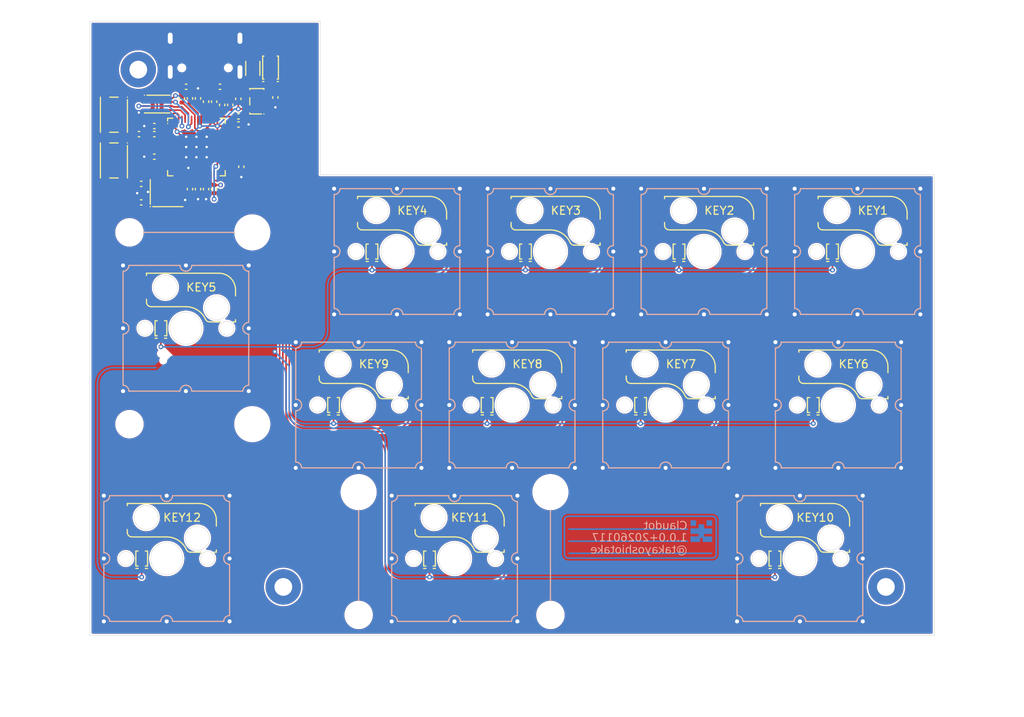
<source format=kicad_pcb>
(kicad_pcb (version 20241229) (generator "pcbnew") (generator_version "9.0")
  (layers (0 "F.Cu" signal) (2 "B.Cu" signal) (13 "F.Paste" user) (15 "B.Paste" user) (5 "F.SilkS" user "F.Silkscreen") (7 "B.SilkS" user "B.Silkscreen") (1 "F.Mask" user) (3 "B.Mask" user) (25 "Edge.Cuts" user))
  (net 0 "")
  (net 1 "COL0")
  (net 2 "COL1")
  (net 3 "COL2")
  (net 4 "GND")
  (net 5 "ROW1")
  (net 6 "Net-(D2-A)")
  (net 7 "ROW0")
  (net 8 "Net-(D10-A)")
  (net 9 "Net-(D11-A)")
  (net 10 "Net-(D8-A)")
  (net 11 "ROW3")
  (net 12 "Net-(D9-A)")
  (net 13 "Net-(D3-A)")
  (net 14 "ROW2")
  (net 15 "Net-(D12-A)")
  (net 16 "Net-(D6-A)")
  (net 17 "Net-(D7-A)")
  (net 18 "Net-(D4-A)")
  (net 19 "Net-(D1-A)")
  (net 20 "Net-(D5-A)")
  (net 21 "+3V3")
  (net 22 "ROW4")
  (net 23 "Net-(R4-Pad2)")
  (net 24 "Net-(U1-QSPI_SD3)")
  (net 25 "Net-(U1-QSPI_SD2)")
  (net 26 "~{RESET}")
  (net 27 "VBUS")
  (net 44 "Net-(U1-XIN)")
  (net 45 "Net-(U1-XOUT)")
  (net 46 "+1V1")
  (net 52 "Net-(U1-USB_DM)")
  (net 53 "Net-(U1-USB_DP)")
  (net 54 "Net-(U1-QSPI_SCLK)")
  (net 55 "Net-(U1-QSPI_SD0)")
  (net 56 "Net-(U1-QSPI_SD1)")
  (net 57 "QSPI_SS")
  (net 58 "+5V")
  (net 59 "Net-(J1-CC1)")
  (net 62 "Net-(C2-Pad1)")
  (net 63 "DP")
  (net 64 "DM")
  (net 66 "Net-(J1-CC2)")
  (footprint "Library:C_0402" (layer "F.Cu") (at 61.0375 38.155 90)
    (property "Reference" "C11" (hide yes))
    (property "Value" "0.1uF" (hide yes))
  )
  (footprint "Library:C_0402" (layer "F.Cu") (at 59.0375 38.155 90)
    (property "Reference" "C14" (hide yes))
    (property "Value" "0.1uF" (hide yes))
  )
  (footprint "Library:SOD323" (layer "F.Cu") (at 54.0475 95.25 90)
    (property "Reference" "D12" (hide yes))
    (property "Value" "D_Small" (hide yes))
  )
  (footprint "Library:C_0402" (layer "F.Cu") (at 60.0375 38.155 90)
    (property "Reference" "C12" (hide yes))
    (property "Value" "0.1uF" (hide yes))
  )
  (footprint "Library:CPG151101S11-16" (layer "F.Cu") (at 60.16625 62.865 180)
    (property "Reference" "KEY5")
    (property "Value" "SW_Push" (hide yes))
    (fp_circle (center 5.715 -3.81) (end 6.59 -3.81) (stroke (width 0.05)) (fill no) (layer "Edge.Cuts"))
    (fp_circle (center 3.175 1.27) (end 4.675 1.27) (stroke (width 0.05)) (fill no) (layer "Edge.Cuts"))
    (fp_circle (center 0.635 -3.81) (end 2.635 -3.81) (stroke (width 0.05)) (fill no) (layer "Edge.Cuts"))
    (fp_circle (center -3.175 -1.27) (end -1.675 -1.27) (stroke (width 0.05)) (fill no) (layer "Edge.Cuts"))
    (fp_circle (center -4.445 -3.81) (end -3.57 -3.81) (stroke (width 0.05)) (fill no) (layer "Edge.Cuts"))
  )
  (footprint "Library:R_0402" (layer "F.Cu") (at 60.0375 49.405 -90)
    (property "Reference" "R2" (hide yes))
    (property "Value" "1K" (hide yes))
  )
  (footprint "Library:SOT25" (layer "F.Cu") (at 68.3375 38.505 90)
    (property "Reference" "U3" (hide yes))
    (property "Value" "AP2112K-3.3" (hide yes))
  )
  (footprint "Library:CPG151101S11-16" (layer "F.Cu") (at 124.46 53.34 180)
    (property "Reference" "KEY2")
    (property "Value" "SW_Push" (hide yes))
    (fp_circle (center 5.715 -3.81) (end 6.59 -3.81) (stroke (width 0.05)) (fill no) (layer "Edge.Cuts"))
    (fp_circle (center 3.175 1.27) (end 4.675 1.27) (stroke (width 0.05)) (fill no) (layer "Edge.Cuts"))
    (fp_circle (center 0.635 -3.81) (end 2.635 -3.81) (stroke (width 0.05)) (fill no) (layer "Edge.Cuts"))
    (fp_circle (center -3.175 -1.27) (end -1.675 -1.27) (stroke (width 0.05)) (fill no) (layer "Edge.Cuts"))
    (fp_circle (center -4.445 -3.81) (end -3.57 -3.81) (stroke (width 0.05)) (fill no) (layer "Edge.Cuts"))
  )
  (footprint "Library:SOD323" (layer "F.Cu") (at 96.91 76.2 90)
    (property "Reference" "D8" (hide yes))
    (property "Value" "D_Small" (hide yes))
  )
  (footprint "Library:C_0402" (layer "F.Cu") (at 61.0375 49.405 -90)
    (property "Reference" "C7" (hide yes))
    (property "Value" "0.1uF" (hide yes))
  )
  (footprint "Library:R_0402" (layer "F.Cu") (at 59.5625 36.705 180)
    (property "Reference" "R8" (hide yes))
    (property "Value" "5.1K" (hide yes))
  )
  (footprint "Library:R_0402" (layer "F.Cu") (at 63.0375 38.555 90)
    (property "Reference" "R5" (hide yes))
    (property "Value" "27" (hide yes))
  )
  (footprint "Library:W25Q16JVUXIQ" (layer "F.Cu") (at 55.9625 38.855 -90)
    (property "Reference" "U2" (hide yes))
    (property "Value" "W25Q16JVUXIQ" (hide yes))
  )
  (footprint "Library:C_0402" (layer "F.Cu") (at 53.9875 51.055 180)
    (property "Reference" "C2" (hide yes))
    (property "Value" "30pF" (hide yes))
  )
  (footprint "Library:C_0402" (layer "F.Cu") (at 53.9875 48.755 180)
    (property "Reference" "C1" (hide yes))
    (property "Value" "30pF" (hide yes))
  )
  (footprint "Library:C_0402" (layer "F.Cu") (at 62.0375 49.405 -90)
    (property "Reference" "C13" (hide yes))
    (property "Value" "0.1uF" (hide yes))
  )
  (footprint "Library:C_0402" (layer "F.Cu") (at 66.0625 40.38)
    (property "Reference" "C10" (hide yes))
    (property "Value" "0.1uF" (hide yes))
  )
  (footprint "Library:SOD323" (layer "F.Cu") (at 82.6225 57.15 90)
    (property "Reference" "D4" (hide yes))
    (property "Value" "D_Small" (hide yes))
  )
  (footprint "Library:CPG151101S11-16" (layer "F.Cu") (at 93.50375 91.44 180)
    (property "Reference" "KEY11")
    (property "Value" "SW_Push" (hide yes))
    (fp_circle (center 5.715 -3.81) (end 6.59 -3.81) (stroke (width 0.05)) (fill no) (layer "Edge.Cuts"))
    (fp_circle (center 3.175 1.27) (end 4.675 1.27) (stroke (width 0.05)) (fill no) (layer "Edge.Cuts"))
    (fp_circle (center 0.635 -3.81) (end 2.635 -3.81) (stroke (width 0.05)) (fill no) (layer "Edge.Cuts"))
    (fp_circle (center -3.175 -1.27) (end -1.675 -1.27) (stroke (width 0.05)) (fill no) (layer "Edge.Cuts"))
    (fp_circle (center -4.445 -3.81) (end -3.57 -3.81) (stroke (width 0.05)) (fill no) (layer "Edge.Cuts"))
  )
  (footprint "Library:C_0402" (layer "F.Cu") (at 65.0375 38.955 90)
    (property "Reference" "C3" (hide yes))
    (property "Value" "1uF" (hide yes))
  )
  (footprint "Library:SOD323" (layer "F.Cu") (at 56.42875 66.675 90)
    (property "Reference" "D5" (hide yes))
    (property "Value" "D_Small" (hide yes))
  )
  (footprint "Library:C_0402" (layer "F.Cu") (at 70.6375 38.03 -90)
    (property "Reference" "C15" (hide yes))
    (property "Value" "10uF" (hide yes))
  )
  (footprint "Library:SOD323" (layer "F.Cu") (at 132.62875 95.25 90)
    (property "Reference" "D10" (hide yes))
    (property "Value" "D_Small" (hide yes))
  )
  (footprint "Library:R_0402" (layer "F.Cu") (at 53.7125 42.58 180)
    (property "Reference" "R4" (hide yes))
    (property "Value" "1K" (hide yes))
  )
  (footprint "Library:C_0402" (layer "F.Cu") (at 66.4125 46.63 -90)
    (property "Reference" "C8" (hide yes))
    (property "Value" "0.1uF" (hide yes))
  )
  (footprint "Library:CPG151101S11-16" (layer "F.Cu") (at 81.5975 72.39 180)
    (property "Reference" "KEY9")
    (property "Value" "SW_Push" (hide yes))
    (fp_circle (center 5.715 -3.81) (end 6.59 -3.81) (stroke (width 0.05)) (fill no) (layer "Edge.Cuts"))
    (fp_circle (center 3.175 1.27) (end 4.675 1.27) (stroke (width 0.05)) (fill no) (layer "Edge.Cuts"))
    (fp_circle (center 0.635 -3.81) (end 2.635 -3.81) (stroke (width 0.05)) (fill no) (layer "Edge.Cuts"))
    (fp_circle (center -3.175 -1.27) (end -1.675 -1.27) (stroke (width 0.05)) (fill no) (layer "Edge.Cuts"))
    (fp_circle (center -4.445 -3.81) (end -3.57 -3.81) (stroke (width 0.05)) (fill no) (layer "Edge.Cuts"))
  )
  (footprint "Library:CPG151101S11-16" (layer "F.Cu") (at 57.785 91.44 180)
    (property "Reference" "KEY12")
    (property "Value" "SW_Push" (hide yes))
    (fp_circle (center 5.715 -3.81) (end 6.59 -3.81) (stroke (width 0.05)) (fill no) (layer "Edge.Cuts"))
    (fp_circle (center 3.175 1.27) (end 4.675 1.27) (stroke (width 0.05)) (fill no) (layer "Edge.Cuts"))
    (fp_circle (center 0.635 -3.81) (end 2.635 -3.81) (stroke (width 0.05)) (fill no) (layer "Edge.Cuts"))
    (fp_circle (center -3.175 -1.27) (end -1.675 -1.27) (stroke (width 0.05)) (fill no) (layer "Edge.Cuts"))
    (fp_circle (center -4.445 -3.81) (end -3.57 -3.81) (stroke (width 0.05)) (fill no) (layer "Edge.Cuts"))
  )
  (footprint "Library:R_0402" (layer "F.Cu") (at 63.7625 36.705)
    (property "Reference" "R7" (hide yes))
    (property "Value" "5.1K" (hide yes))
  )
  (footprint "Library:F_1206" (layer "F.Cu") (at 67.8375 34.425 -90)
    (property "Reference" "F1" (hide yes))
    (property "Value" "ASMD1206-150" (hide yes))
  )
  (footprint "Library:SMF6.0A" (layer "F.Cu") (at 70.0375 34.325 90)
    (property "Reference" "TVS-D1" (hide yes))
    (property "Value" "SMF6V0A" (hide yes))
  )
  (footprint "Library:C_0402" (layer "F.Cu") (at 55.6125 45.38 180)
    (property "Reference" "C6" (hide yes))
    (property "Value" "0.1uF" (hide yes))
  )
  (footprint "Library:CPG151101S11-16" (layer "F.Cu") (at 100.6475 72.39 180)
    (property "Reference" "KEY8")
    (property "Value" "SW_Push" (hide yes))
    (fp_circle (center 5.715 -3.81) (end 6.59 -3.81) (stroke (width 0.05)) (fill no) (layer "Edge.Cuts"))
    (fp_circle (center 3.175 1.27) (end 4.675 1.27) (stroke (width 0.05)) (fill no) (layer "Edge.Cuts"))
    (fp_circle (center 0.635 -3.81) (end 2.635 -3.81) (stroke (width 0.05)) (fill no) (layer "Edge.Cuts"))
    (fp_circle (center -3.175 -1.27) (end -1.675 -1.27) (stroke (width 0.05)) (fill no) (layer "Edge.Cuts"))
    (fp_circle (center -4.445 -3.81) (end -3.57 -3.81) (stroke (width 0.05)) (fill no) (layer "Edge.Cuts"))
  )
  (footprint "Library:SKRP_Switch" (layer "F.Cu") (at 50.6 40.175 -90)
    (property "Reference" "SW2" (hide yes))
    (property "Value" "SKRP_Switch" (hide yes))
  )
  (footprint "Library:C_0402" (layer "F.Cu") (at 66.0375 38.205 90)
    (property "Reference" "C16" (hide yes))
    (property "Value" "10uF" (hide yes))
  )
  (footprint "Library:SOD323" (layer "F.Cu") (at 115.96 76.2 90)
    (property "Reference" "D7" (hide yes))
    (property "Value" "D_Small" (hide yes))
  )
  (footprint "Library:C_0402" (layer "F.Cu") (at 64.0375 38.955 90)
    (property "Reference" "C4" (hide yes))
    (property "Value" "1uF" (hide yes))
  )
  (footprint "Library:C_0402" (layer "F.Cu") (at 55.6125 41.58 180)
    (property "Reference" "C5" (hide yes))
    (property "Value" "0.1uF" (hide yes))
  )
  (footprint "Library:CPG151101S11-16" (layer "F.Cu") (at 86.36 53.34 180)
    (property "Reference" "KEY4")
    (property "Value" "SW_Push" (hide yes))
    (fp_circle (center 5.715 -3.81) (end 6.59 -3.81) (stroke (width 0.05)) (fill no) (layer "Edge.Cuts"))
    (fp_circle (center 3.175 1.27) (end 4.675 1.27) (stroke (width 0.05)) (fill no) (layer "Edge.Cuts"))
    (fp_circle (center 0.635 -3.81) (end 2.635 -3.81) (stroke (width 0.05)) (fill no) (layer "Edge.Cuts"))
    (fp_circle (center -3.175 -1.27) (end -1.675 -1.27) (stroke (width 0.05)) (fill no) (layer "Edge.Cuts"))
    (fp_circle (center -4.445 -3.81) (end -3.57 -3.81) (stroke (width 0.05)) (fill no) (layer "Edge.Cuts"))
  )
  (footprint "Library:SOD323" (layer "F.Cu") (at 101.6725 57.15 90)
    (property "Reference" "D3" (hide yes))
    (property "Value" "D_Small" (hide yes))
  )
  (footprint "Library:SOD323" (layer "F.Cu") (at 77.86 76.2 90)
    (property "Reference" "D9" (hide yes))
    (property "Value" "D_Small" (hide yes))
  )
  (footprint "Library:SOD323" (layer "F.Cu") (at 120.7225 57.15 90)
    (property "Reference" "D2" (hide yes))
    (property "Value" "D_Small" (hide yes))
  )
  (footprint "Library:CPG151101S11-16" (layer "F.Cu") (at 136.36625 91.44 180)
    (property "Reference" "KEY10")
    (property "Value" "SW_Push" (hide yes))
    (fp_circle (center 5.715 -3.81) (end 6.59 -3.81) (stroke (width 0.05)) (fill no) (layer "Edge.Cuts"))
    (fp_circle (center 3.175 1.27) (end 4.675 1.27) (stroke (width 0.05)) (fill no) (layer "Edge.Cuts"))
    (fp_circle (center 0.635 -3.81) (end 2.635 -3.81) (stroke (width 0.05)) (fill no) (layer "Edge.Cuts"))
    (fp_circle (center -3.175 -1.27) (end -1.675 -1.27) (stroke (width 0.05)) (fill no) (layer "Edge.Cuts"))
    (fp_circle (center -4.445 -3.81) (end -3.57 -3.81) (stroke (width 0.05)) (fill no) (layer "Edge.Cuts"))
  )
  (footprint "Library:RP2040" (layer "F.Cu") (at 60.8375 44.18)
    (property "Reference" "U1" (hide yes))
    (property "Value" "RP2040" (hide yes))
  )
  (footprint "Library:TYPE-C-31-M-12" (layer "F.Cu") (at 61.9125 33.159 180)
    (property "Reference" "J1" (hide yes))
    (property "Value" "TYPE-C-31-M-12" (hide yes))
  )
  (footprint "Library:R_0402" (layer "F.Cu") (at 63.0375 49.405 90)
    (property "Reference" "R1" (hide yes))
    (property "Value" "10K" (hide yes))
  )
  (footprint "Library:SOD323" (layer "F.Cu") (at 137.39125 76.2 90)
    (property "Reference" "D6" (hide yes))
    (property "Value" "D_Small" (hide yes))
  )
  (footprint "Library:SKRP_Switch" (layer "F.Cu") (at 50.6 45.85 -90)
    (property "Reference" "SW1" (hide yes))
    (property "Value" "SKRP_Switch" (hide yes))
  )
  (footprint "Library:SOD323" (layer "F.Cu") (at 89.76625 95.25 90)
    (property "Reference" "D11" (hide yes))
    (property "Value" "D_Small" (hide yes))
  )
  (footprint "Library:SOD323" (layer "F.Cu") (at 139.7725 57.15 90)
    (property "Reference" "D1" (hide yes))
    (property "Value" "D_Small" (hide yes))
  )
  (footprint "Library:C_0402" (layer "F.Cu") (at 66.0625 41.38)
    (property "Reference" "C9" (hide yes))
    (property "Value" "0.1uF" (hide yes))
  )
  (footprint "Library:SMD3225-4P" (layer "F.Cu") (at 57.1375 49.905)
    (property "Reference" "Y1" (hide yes))
    (property "Value" "12MHz" (hide yes))
  )
  (footprint "Library:CPG151101S11-16" (layer "F.Cu") (at 141.12875 72.39 180)
    (property "Reference" "KEY6")
    (property "Value" "SW_Push" (hide yes))
    (fp_circle (center 5.715 -3.81) (end 6.59 -3.81) (stroke (width 0.05)) (fill no) (layer "Edge.Cuts"))
    (fp_circle (center 3.175 1.27) (end 4.675 1.27) (stroke (width 0.05)) (fill no) (layer "Edge.Cuts"))
    (fp_circle (center 0.635 -3.81) (end 2.635 -3.81) (stroke (width 0.05)) (fill no) (layer "Edge.Cuts"))
    (fp_circle (center -3.175 -1.27) (end -1.675 -1.27) (stroke (width 0.05)) (fill no) (layer "Edge.Cuts"))
    (fp_circle (center -4.445 -3.81) (end -3.57 -3.81) (stroke (width 0.05)) (fill no) (layer "Edge.Cuts"))
  )
  (footprint "Library:CPG151101S11-16" (layer "F.Cu") (at 119.6975 72.39 180)
    (property "Reference" "KEY7")
    (property "Value" "SW_Push" (hide yes))
    (fp_circle (center 5.715 -3.81) (end 6.59 -3.81) (stroke (width 0.05)) (fill no) (layer "Edge.Cuts"))
    (fp_circle (center 3.175 1.27) (end 4.675 1.27) (stroke (width 0.05)) (fill no) (layer "Edge.Cuts"))
    (fp_circle (center 0.635 -3.81) (end 2.635 -3.81) (stroke (width 0.05)) (fill no) (layer "Edge.Cuts"))
    (fp_circle (center -3.175 -1.27) (end -1.675 -1.27) (stroke (width 0.05)) (fill no) (layer "Edge.Cuts"))
    (fp_circle (center -4.445 -3.81) (end -3.57 -3.81) (stroke (width 0.05)) (fill no) (layer "Edge.Cuts"))
  )
  (footprint "Library:R_0402" (layer "F.Cu") (at 55.6125 42.58 180)
    (property "Reference" "R3" (hide yes))
    (property "Value" "10K" (hide yes))
  )
  (footprint "Library:CPG151101S11-16" (layer "F.Cu") (at 143.51 53.34 180)
    (property "Reference" "KEY1")
    (property "Value" "SW_Push" (hide yes))
    (fp_circle (center 5.715 -3.81) (end 6.59 -3.81) (stroke (width 0.05)) (fill no) (layer "Edge.Cuts"))
    (fp_circle (center 3.175 1.27) (end 4.675 1.27) (stroke (width 0.05)) (fill no) (layer "Edge.Cuts"))
    (fp_circle (center 0.635 -3.81) (end 2.635 -3.81) (stroke (width 0.05)) (fill no) (layer "Edge.Cuts"))
    (fp_circle (center -3.175 -1.27) (end -1.675 -1.27) (stroke (width 0.05)) (fill no) (layer "Edge.Cuts"))
    (fp_circle (center -4.445 -3.81) (end -3.57 -3.81) (stroke (width 0.05)) (fill no) (layer "Edge.Cuts"))
  )
  (footprint "Library:R_0402" (layer "F.Cu") (at 62.0375 38.555 90)
    (property "Reference" "R6" (hide yes))
    (property "Value" "27" (hide yes))
  )
  (footprint "Library:CPG151101S11-16" (layer "F.Cu") (at 105.41 53.34 180)
    (property "Reference" "KEY3")
    (property "Value" "SW_Push" (hide yes))
    (fp_circle (center 5.715 -3.81) (end 6.59 -3.81) (stroke (width 0.05)) (fill no) (layer "Edge.Cuts"))
    (fp_circle (center 3.175 1.27) (end 4.675 1.27) (stroke (width 0.05)) (fill no) (layer "Edge.Cuts"))
    (fp_circle (center 0.635 -3.81) (end 2.635 -3.81) (stroke (width 0.05)) (fill no) (layer "Edge.Cuts"))
    (fp_circle (center -3.175 -1.27) (end -1.675 -1.27) (stroke (width 0.05)) (fill no) (layer "Edge.Cuts"))
    (fp_circle (center -4.445 -3.81) (end -3.57 -3.81) (stroke (width 0.05)) (fill no) (layer "Edge.Cuts"))
  )
  (footprint "Library:MX_Switch_Stabilizer_2u" (layer "B.Cu") (at 59.53125 66.675 -90)
    (property "Reference" "REF**" (hide yes))
    (property "Value" "MX_Switch_Stabilizer_2u" (hide yes))
  )
  (footprint "MountingHole:MountingHole_2.2mm_M2_Pad" (layer "B.Cu") (at 71.625 98.775 180)
    (property "Reference" "REF**" (hide yes))
    (property "Value" "MountingHole_2.2mm_M2_Pad" (hide yes))
  )
  (footprint "Library:MX_Switch_Stabilizer_2u" (layer "B.Cu") (at 92.86875 95.25)
    (property "Reference" "REF**" (hide yes))
    (property "Value" "MX_Switch_Stabilizer_2u" (hide yes))
  )
  (footprint "MountingHole:MountingHole_2.2mm_M2_Pad" (layer "B.Cu") (at 146.4 98.775 180)
    (property "Reference" "REF**" (hide yes))
    (property "Value" "MountingHole_2.2mm_M2_Pad" (hide yes))
  )
  (footprint "MountingHole:MountingHole_2.2mm_M2_Pad" (layer "B.Cu") (at 53.625 34.575 180)
    (property "Reference" "REF**" (hide yes))
    (property "Value" "MountingHole_2.2mm_M2_Pad" (hide yes))
  )
  (gr_line (start 54.326714 40.68) (end 54.101714 40.905) (stroke (width 0.2)) (layer "F.Cu") (net 57))
  (gr_arc (start 56.02875 64.423) (mid 56.311596 64.540169) (end 56.42875 64.823) (stroke (width 0.2)) (layer "F.Cu") (net 20))
  (gr_line (start 63.1625 35.435) (end 63.1625 36.686371) (stroke (width 0.2)) (layer "F.Cu") (net 59))
  (gr_line (start 61.0375 39.405) (end 61.4375 39.805) (stroke (width 0.2)) (layer "F.Cu") (net 21))
  (gr_line (start 58.8375 45.18) (end 57.9375 45.18) (stroke (width 0.2)) (layer "F.Cu") (net 21))
  (gr_line (start 139.7725 56.095) (end 139.7725 55.298) (stroke (width 0.2)) (layer "F.Cu") (net 19))
  (gr_line (start 70.6375 37.53) (end 70.6375 36.525) (stroke (width 0.2)) (layer "F.Cu") (net 58))
  (gr_line (start 58.8375 42.68) (end 58.4375 42.28) (stroke (width 0.2)) (layer "F.Cu") (net 21))
  (gr_arc (start 99.287454 84.338095) (mid 99.231463 84.173152) (end 99.2125 84) (stroke (width 0.2)) (layer "F.Cu") (net 5))
  (gr_line (start 70.6375 36.525) (end 70.0375 35.925) (stroke (width 0.2)) (layer "F.Cu") (net 58))
  (gr_line (start 53.1875 40.905) (end 52.6875 40.405) (stroke (width 0.2)) (layer "F.Cu") (net 57))
  (gr_line (start 65.4125 45.18) (end 64.275 45.18) (stroke (width 0.2)) (layer "F.Cu") (net 21))
  (gr_arc (start 74.3625 79.1) (mid 72.948286 78.514214) (end 72.3625 77.1) (stroke (width 0.2)) (layer "F.Cu") (net 11))
  (gr_line (start 63.4375 40.405) (end 65.5625 40.405) (stroke (width 0.2)) (layer "F.Cu") (net 21))
  (gr_line (start 67.4125 45.58) (end 67.4125 48.505) (stroke (width 0.2)) (layer "F.Cu") (net 76))
  (gr_line (start 59.0375 39.205) (end 59.8375 40.005) (stroke (width 0.2)) (layer "F.Cu") (net 54))
  (gr_line (start 60.0375 39.005) (end 61.0375 40.005) (stroke (width 0.2)) (layer "F.Cu") (net 21))
  (gr_line (start 53.1875 38.105) (end 54.4375 38.105) (stroke (width 0.2)) (layer "F.Cu") (net 57))
  (gr_line (start 67.4125 45.58) (end 66.2125 44.38) (stroke (width 0.2)) (layer "F.Cu") (net 76))
  (gr_line (start 56.4625 45.38) (end 56.6625 45.18) (stroke (width 0.2)) (layer "F.Cu") (net 21))
  (gr_line (start 96.91 77.255) (end 96.91 78.5) (stroke (width 0.2)) (layer "F.Cu") (net 2))
  (gr_line (start 60.2375 41.28) (end 60.2375 40.7425) (stroke (width 0.2)) (layer "F.Cu") (net 24))
  (gr_line (start 63.5125 34.115) (end 64.8025 32.825) (stroke (width 0.2)) (layer "F.Cu") (net 27))
  (gr_arc (start 100.46 54.898) (mid 99.752893 54.605107) (end 99.46 53.898) (stroke (width 0.2)) (layer "F.Cu") (net 13))
  (gr_line (start 63.688 92.71) (end 63.688 85.6785) (stroke (width 0.2)) (layer "F.Cu") (net 22))
  (gr_line (start 58.2375 38.605) (end 57.3875 38.605) (stroke (width 0.2)) (layer "F.Cu") (net 24))
  (gr_line (start 63.2375 40.005) (end 64.4375 40.005) (stroke (width 0.2)) (layer "F.Cu") (net 21))
  (gr_line (start 60.0375 49.905) (end 60.0375 51.055) (stroke (width 0.2)) (layer "F.Cu") (net 62))
  (gr_line (start 87.5005 73.66) (end 87.5005 62.05) (stroke (width 0.2)) (layer "F.Cu") (net 11))
  (gr_arc (start 53.6475 92.998) (mid 53.930313 93.115187) (end 54.0475 93.398) (stroke (width 0.2)) (layer "F.Cu") (net 15))
  (gr_line (start 61.7375 42.18) (end 60.988972 42.18) (stroke (width 0.2)) (layer "F.Cu") (net 46))
  (gr_line (start 64.275 43.18) (end 71.5625 43.18) (stroke (width 0.2)) (layer "F.Cu") (net 5))
  (gr_line (start 70.6375 38.505) (end 70.6375 39.255) (stroke (width 0.2)) (layer "F.Cu") (net 4))
  (gr_line (start 80.41 52.07) (end 80.41 53.898) (stroke (width 0.2)) (layer "F.Cu") (net 18))
  (gr_line (start 67.8375 32.825) (end 64.8025 32.825) (stroke (width 0.2)) (layer "F.Cu") (net 27))
  (gr_line (start 99.46 52.07) (end 99.46 53.898) (stroke (width 0.2)) (layer "F.Cu") (net 13))
  (gr_line (start 64.9875 39.455) (end 64.4375 40.005) (stroke (width 0.2)) (layer "F.Cu") (net 21))
  (gr_line (start 60.6375 41.828528) (end 60.988972 42.18) (stroke (width 0.2)) (layer "F.Cu") (net 46))
  (gr_line (start 53.3875 38.505) (end 53.936028 38.505) (stroke (width 0.2)) (layer "F.Cu") (net 56))
  (gr_line (start 53.936028 38.505) (end 54.036028 38.605) (stroke (width 0.2)) (layer "F.Cu") (net 56))
  (gr_line (start 54.5375 39.105) (end 53.6875 39.105) (stroke (width 0.2)) (layer "F.Cu") (net 25))
  (gr_line (start 101.2725 54.898) (end 100.46 54.898) (stroke (width 0.2)) (layer "F.Cu") (net 13))
  (gr_line (start 61.0375 41.38) (end 61.0375 40.7425) (stroke (width 0.2)) (layer "F.Cu") (net 21))
  (gr_line (start 82.6225 56.095) (end 82.6225 55.298) (stroke (width 0.2)) (layer "F.Cu") (net 18))
  (gr_line (start 54.8375 49.755) (end 55.2375 49.755) (stroke (width 0.2)) (layer "F.Cu") (net 4))
  (gr_line (start 61.0375 47.6175) (end 61.0375 46.68) (stroke (width 0.2)) (layer "F.Cu") (net 21))
  (gr_line (start 72.3625 77.1) (end 72.3625 42.38) (stroke (width 0.2)) (layer "F.Cu") (net 11))
  (gr_line (start 66.5625 41.38) (end 67.3125 41.38) (stroke (width 0.2)) (layer "F.Cu") (net 4))
  (gr_line (start 59.4375 40.205) (end 59.4375 40.7425) (stroke (width 0.2)) (layer "F.Cu") (net 55))
  (gr_line (start 137.39125 77.255) (end 137.39125 78.5) (stroke (width 0.2)) (layer "F.Cu") (net 2))
  (gr_arc (start 99.40675 96.15) (mid 98.820937 97.564202) (end 97.40675 98.15) (stroke (width 0.2)) (layer "F.Cu") (net 5))
  (gr_line (start 65.0125 41.38) (end 64.8125 41.58) (stroke (width 0.2)) (layer "F.Cu") (net 21))
  (gr_line (start 61.1625 35.435) (end 61.1625 36.105) (stroke (width 0.2)) (layer "F.Cu") (net 63))
  (gr_line (start 53.4875 49.905) (end 53.4875 51.055) (stroke (width 0.2)) (layer "F.Cu") (net 4))
  (gr_arc (start 88.55375 92.998) (mid 87.846705 92.70506) (end 87.55375 91.998) (stroke (width 0.2)) (layer "F.Cu") (net 9))
  (gr_arc (start 132.22875 92.998) (mid 132.511596 93.115169) (end 132.62875 93.398) (stroke (width 0.2)) (layer "F.Cu") (net 8))
  (gr_line (start 118.51 52.07) (end 118.51 53.898) (stroke (width 0.2)) (layer "F.Cu") (net 6))
  (gr_line (start 57.7625 40.28) (end 54.161028 40.28) (stroke (width 0.2)) (layer "F.Cu") (net 56))
  (gr_line (start 52.6875 38.605) (end 53.1875 38.105) (stroke (width 0.2)) (layer "F.Cu") (net 57))
  (gr_line (start 60.1625 35.435) (end 60.1625 36.705) (stroke (width 0.2)) (layer "F.Cu") (net 66))
  (gr_line (start 99.40675 92.71) (end 99.40675 84.781112) (stroke (width 0.2)) (layer "F.Cu") (net 5))
  (gr_arc (start 86.26875 98.55) (mid 84.571697 97.847068) (end 83.86875 96.15) (stroke (width 0.2)) (layer "F.Cu") (net 7))
  (gr_line (start 53.0875 38.805) (end 53.0875 40.205) (stroke (width 0.2)) (layer "F.Cu") (net 56))
  (gr_line (start 77.86 75.145) (end 77.86 74.348) (stroke (width 0.2)) (layer "F.Cu") (net 12))
  (gr_line (start 54.0475 96.305) (end 54.0475 97.55) (stroke (width 0.2)) (layer "F.Cu") (net 3))
  (gr_line (start 56.1125 41.58) (end 56.1125 42.58) (stroke (width 0.2)) (layer "F.Cu") (net 21))
  (gr_arc (start 99.40675 83.218888) (mid 99.387788 83.39204) (end 99.331796 83.556983) (stroke (width 0.2)) (layer "F.Cu") (net 5))
  (gr_line (start 60.2375 41.28) (end 59.8375 41.68) (stroke (width 0.2)) (layer "F.Cu") (net 24))
  (gr_line (start 90.263 60.05) (end 89.5005 60.05) (stroke (width 0.2)) (layer "F.Cu") (net 11))
  (gr_line (start 96.51 73.948) (end 95.6975 73.948) (stroke (width 0.2)) (layer "F.Cu") (net 10))
  (gr_line (start 61.0375 38.655) (end 61.0375 39.405) (stroke (width 0.2)) (layer "F.Cu") (net 21))
  (gr_line (start 67.8125 45.38) (end 67.8125 48.705) (stroke (width 0.2)) (layer "F.Cu") (net 70))
  (gr_line (start 63.3375 41.58) (end 63.0375 41.28) (stroke (width 0.2)) (layer "F.Cu") (net 21))
  (gr_line (start 139.86925 98.55) (end 86.26875 98.55) (stroke (width 0.2)) (layer "F.Cu") (net 7))
  (gr_line (start 60.0375 51.055) (end 59.4375 51.655) (stroke (width 0.2)) (layer "F.Cu") (net 62))
  (gr_line (start 59.0375 41.58) (end 59.0375 40.7425) (stroke (width 0.2)) (layer "F.Cu") (net 25))
  (gr_line (start 58.8375 39.605) (end 57.3875 39.605) (stroke (width 0.2)) (layer "F.Cu") (net 55))
  (gr_arc (start 139.3725 54.898) (mid 139.655343 55.015157) (end 139.7725 55.298) (stroke (width 0.2)) (layer "F.Cu") (net 19))
  (gr_line (start 130.41625 90.17) (end 130.41625 91.998) (stroke (width 0.2)) (layer "F.Cu") (net 8))
  (gr_line (start 81.86875 80.3) (end 74.3625 80.3) (stroke (width 0.2)) (layer "F.Cu") (net 7))
  (gr_line (start 125.6005 73.66) (end 125.6005 77.1) (stroke (width 0.2)) (layer "F.Cu") (net 5))
  (gr_line (start 56.4625 45.38) (end 56.1125 45.38) (stroke (width 0.2)) (layer "F.Cu") (net 21))
  (gr_line (start 87.55375 90.17) (end 87.55375 91.998) (stroke (width 0.2)) (layer "F.Cu") (net 9))
  (gr_arc (start 86.26875 98.15) (mid 84.854533 97.564202) (end 84.26875 96.15) (stroke (width 0.2)) (layer "F.Cu") (net 5))
  (gr_line (start 55.2375 49.755) (end 55.9375 49.055) (stroke (width 0.2)) (layer "F.Cu") (net 4))
  (gr_line (start 59.6625 34.765) (end 60.3125 34.115) (stroke (width 0.2)) (layer "F.Cu") (net 27))
  (gr_line (start 82.6225 58.205) (end 82.6225 59.45) (stroke (width 0.2)) (layer "F.Cu") (net 1))
  (gr_arc (start 61.4375 46.68) (mid 61.583947 46.326447) (end 61.9375 46.18) (stroke (width 0.2)) (layer "F.Cu") (net 46))
  (gr_line (start 58.3375 49.055) (end 59.0375 48.355) (stroke (width 0.2)) (layer "F.Cu") (net 44))
  (gr_line (start 69.0375 39.425) (end 68.6375 39.025) (stroke (width 0.2)) (layer "F.Cu") (net 58))
  (gr_arc (start 74.3625 80.3) (mid 72.099758 79.362742) (end 71.1625 77.1) (stroke (width 0.2)) (layer "F.Cu") (net 7))
  (gr_line (start 139.7725 58.205) (end 139.7725 59.45) (stroke (width 0.2)) (layer "F.Cu") (net 1))
  (gr_line (start 62.9875 48.905) (end 62.6375 48.555) (stroke (width 0.2)) (layer "F.Cu") (net 26))
  (gr_arc (start 74.3625 79.5) (mid 72.665444 78.797056) (end 71.9625 77.1) (stroke (width 0.2)) (layer "F.Cu") (net 14))
  (gr_line (start 61.2375 41.58) (end 61.4375 41.38) (stroke (width 0.2)) (layer "F.Cu") (net 21))
  (gr_line (start 147.03175 73.66) (end 147.03175 61.2406) (stroke (width 0.2)) (layer "F.Cu") (net 7))
  (gr_line (start 56.1375 50.755) (end 57.0375 51.655) (stroke (width 0.2)) (layer "F.Cu") (net 62))
  (gr_line (start 61.4375 41.38) (end 61.4375 40.7425) (stroke (width 0.2)) (layer "F.Cu") (net 21))
  (gr_line (start 120.3225 54.898) (end 119.51 54.898) (stroke (width 0.2)) (layer "F.Cu") (net 6))
  (gr_arc (start 99.40675 81.9) (mid 99.992563 80.485798) (end 101.40675 79.9) (stroke (width 0.2)) (layer "F.Cu") (net 5))
  (gr_line (start 62.0375 49.905) (end 62.0375 50.655) (stroke (width 0.2)) (layer "F.Cu") (net 4))
  (gr_line (start 101.6725 56.095) (end 101.6725 55.298) (stroke (width 0.2)) (layer "F.Cu") (net 13))
  (gr_line (start 61.6625 35.435) (end 61.6625 34.765) (stroke (width 0.2)) (layer "F.Cu") (net 64))
  (gr_arc (start 87.5005 62.05) (mid 88.086286 60.635786) (end 89.5005 60.05) (stroke (width 0.2)) (layer "F.Cu") (net 11))
  (gr_line (start 142.26925 92.71) (end 142.26925 96.15) (stroke (width 0.2)) (layer "F.Cu") (net 7))
  (gr_line (start 71.1625 77.1) (end 71.1625 43.58) (stroke (width 0.2)) (layer "F.Cu") (net 7))
  (gr_line (start 61.0375 40.005) (end 61.0375 40.7425) (stroke (width 0.2)) (layer "F.Cu") (net 21))
  (gr_line (start 87.5005 73.66) (end 87.5005 77.1) (stroke (width 0.2)) (layer "F.Cu") (net 11))
  (gr_line (start 56.42875 65.62) (end 56.42875 64.823) (stroke (width 0.2)) (layer "F.Cu") (net 20))
  (gr_arc (start 142.26925 96.15) (mid 141.566368 97.847133) (end 139.86925 98.55) (stroke (width 0.2)) (layer "F.Cu") (net 7))
  (gr_line (start 61.0375 37.655) (end 61.0375 36.905) (stroke (width 0.2)) (layer "F.Cu") (net 4))
  (gr_line (start 64.275 42.78) (end 71.9625 42.78) (stroke (width 0.2)) (layer "F.Cu") (net 14))
  (gr_line (start 61.2375 41.58) (end 61.0375 41.38) (stroke (width 0.2)) (layer "F.Cu") (net 21))
  (gr_line (start 69.0375 37.525) (end 69.5375 37.525) (stroke (width 0.2)) (layer "F.Cu") (net 58))
  (gr_line (start 89.76625 94.195) (end 89.76625 93.398) (stroke (width 0.2)) (layer "F.Cu") (net 9))
  (gr_line (start 68.6375 37.925) (end 69.0375 37.525) (stroke (width 0.2)) (layer "F.Cu") (net 58))
  (gr_line (start 144.26925 80.3) (end 145.03175 80.3) (stroke (width 0.2)) (layer "F.Cu") (net 7))
  (gr_arc (start 60.5375 46.18) (mid 60.891053 46.326447) (end 61.0375 46.68) (stroke (width 0.2)) (layer "F.Cu") (net 21))
  (gr_line (start 62.544606 46.18) (end 62.8375 45.887106) (stroke (width 0.2)) (layer "F.Cu") (net 46))
  (gr_line (start 66.6125 49.305) (end 67.4125 48.505) (stroke (width 0.2)) (layer "F.Cu") (net 76))
  (gr_arc (start 119.51 54.898) (mid 118.802893 54.605107) (end 118.51 53.898) (stroke (width 0.2)) (layer "F.Cu") (net 6))
  (gr_line (start 66.4125 46.18) (end 65.4125 45.18) (stroke (width 0.2)) (layer "F.Cu") (net 21))
  (gr_arc (start 125.6005 77.1) (mid 124.780399 79.079899) (end 122.8005 79.9) (stroke (width 0.2)) (layer "F.Cu") (net 5))
  (gr_arc (start 106.5505 62.05) (mid 107.136286 60.635786) (end 108.5505 60.05) (stroke (width 0.2)) (layer "F.Cu") (net 14))
  (gr_line (start 58.4375 42.08) (end 57.9375 41.58) (stroke (width 0.2)) (layer "F.Cu") (net 21))
  (gr_arc (start 55.21625 64.423) (mid 54.50914 64.130095) (end 54.21625 63.423) (stroke (width 0.2)) (layer "F.Cu") (net 20))
  (gr_line (start 77.46 73.948) (end 76.6475 73.948) (stroke (width 0.2)) (layer "F.Cu") (net 12))
  (gr_line (start 94.6975 71.12) (end 94.6975 72.948) (stroke (width 0.2)) (layer "F.Cu") (net 10))
  (gr_line (start 58.8375 39.605) (end 59.4375 40.205) (stroke (width 0.2)) (layer "F.Cu") (net 55))
  (gr_line (start 83.86875 82.3) (end 83.86875 96.15) (stroke (width 0.2)) (layer "F.Cu") (net 7))
  (gr_line (start 59.4375 50.755) (end 58.2375 50.755) (stroke (width 0.2)) (layer "F.Cu") (net 4))
  (gr_line (start 63.0375 49.905) (end 63.0375 50.655) (stroke (width 0.2)) (layer "F.Cu") (net 21))
  (gr_line (start 53.644607 41.962107) (end 54.2125 42.53) (stroke (width 0.2)) (layer "F.Cu") (net 57))
  (gr_arc (start 136.17875 73.948) (mid 135.471705 73.65506) (end 135.17875 72.948) (stroke (width 0.2)) (layer "F.Cu") (net 16))
  (gr_line (start 54.161028 40.28) (end 53.936028 40.505) (stroke (width 0.2)) (layer "F.Cu") (net 56))
  (gr_line (start 59.6625 35.435) (end 59.6625 34.765) (stroke (width 0.2)) (layer "F.Cu") (net 27))
  (gr_line (start 59.0375 39.205) (end 57.988972 39.205) (stroke (width 0.2)) (layer "F.Cu") (net 54))
  (gr_line (start 63.4375 41.58) (end 63.4375 40.7425) (stroke (width 0.2)) (layer "F.Cu") (net 21))
  (gr_line (start 55.1125 42.58) (end 54.2125 42.58) (stroke (width 0.2)) (layer "F.Cu") (net 57))
  (gr_line (start 60.0875 48.905) (end 60.6375 48.355) (stroke (width 0.2)) (layer "F.Cu") (net 45))
  (gr_line (start 63.0375 39.605) (end 64.0375 39.605) (stroke (width 0.2)) (layer "F.Cu") (net 46))
  (gr_line (start 61.9125 34.515) (end 62.4125 34.515) (stroke (width 0.2)) (layer "F.Cu") (net 64))
  (gr_line (start 53.4875 49.905) (end 53.4875 48.755) (stroke (width 0.2)) (layer "F.Cu") (net 4))
  (gr_line (start 55.1125 41.58) (end 54.3625 41.58) (stroke (width 0.2)) (layer "F.Cu") (net 4))
  (gr_arc (start 131.41625 92.998) (mid 130.709205 92.70506) (end 130.41625 91.998) (stroke (width 0.2)) (layer "F.Cu") (net 8))
  (gr_line (start 70.6375 37.555) (end 69.5375 37.555) (stroke (width 0.2)) (layer "F.Cu") (net 58))
  (gr_line (start 101.40675 79.9) (end 122.8005 79.9) (stroke (width 0.2)) (layer "F.Cu") (net 5))
  (gr_line (start 61.4125 36.355) (end 62.1625 36.355) (stroke (width 0.2)) (layer "F.Cu") (net 63))
  (gr_line (start 132.2288 92.998) (end 131.41625 92.998) (stroke (width 0.2)) (layer "F.Cu") (net 8))
  (gr_arc (start 115.56 73.948) (mid 115.842843 74.065157) (end 115.96 74.348) (stroke (width 0.2)) (layer "F.Cu") (net 17))
  (gr_arc (start 82.2225 54.898) (mid 82.505343 55.015157) (end 82.6225 55.298) (stroke (width 0.2)) (layer "F.Cu") (net 18))
  (gr_line (start 63.4375 41.58) (end 63.4375 45.18) (stroke (width 0.2)) (layer "F.Cu") (net 21))
  (gr_line (start 58.4375 40.005) (end 58.0375 40.005) (stroke (width 0.2)) (layer "F.Cu") (net 56))
  (gr_arc (start 92.263 58.05) (mid 91.677214 59.464214) (end 90.263 60.05) (stroke (width 0.2)) (layer "F.Cu") (net 11))
  (gr_line (start 109.313 60.05) (end 108.5505 60.05) (stroke (width 0.2)) (layer "F.Cu") (net 14))
  (gr_arc (start 77.46 73.948) (mid 77.742843 74.065157) (end 77.86 74.348) (stroke (width 0.2)) (layer "F.Cu") (net 12))
  (gr_arc (start 138.56 54.898) (mid 137.852893 54.605107) (end 137.56 53.898) (stroke (width 0.2)) (layer "F.Cu") (net 19))
  (gr_line (start 65.0125 41.38) (end 65.5625 41.38) (stroke (width 0.2)) (layer "F.Cu") (net 21))
  (gr_arc (start 74.3625 79.9) (mid 72.382601 79.079899) (end 71.5625 77.1) (stroke (width 0.2)) (layer "F.Cu") (net 5))
  (gr_line (start 147.03175 73.6) (end 147.03175 78.3) (stroke (width 0.2)) (layer "F.Cu") (net 7))
  (gr_line (start 62.8375 42.38) (end 62.187503 41.729997) (stroke (width 0.2)) (layer "F.Cu") (net 46))
  (gr_line (start 63.4375 45.18) (end 63.4375 46.38) (stroke (width 0.2)) (layer "F.Cu") (net 21))
  (gr_line (start 60.6375 40.7425) (end 60.6375 41.828528) (stroke (width 0.2)) (layer "F.Cu") (net 46))
  (gr_line (start 66.6125 49.305) (end 66.6125 51.08) (stroke (width 0.2)) (layer "F.Cu") (net 76))
  (gr_line (start 62.6625 35.435) (end 62.6625 34.765) (stroke (width 0.2)) (layer "F.Cu") (net 64))
  (gr_line (start 60.2375 47.6175) (end 60.2375 48.155) (stroke (width 0.2)) (layer "F.Cu") (net 44))
  (gr_line (start 62.541054 41.376446) (end 62.6375 41.28) (stroke (width 0.2)) (layer "F.Cu") (net 46))
  (gr_arc (start 101.2725 54.898) (mid 101.555343 55.015157) (end 101.6725 55.298) (stroke (width 0.2)) (layer "F.Cu") (net 13))
  (gr_line (start 139.3725 54.898) (end 138.56 54.898) (stroke (width 0.2)) (layer "F.Cu") (net 19))
  (gr_line (start 62.6625 35.435) (end 62.6625 37.73) (stroke (width 0.2)) (layer "F.Cu") (net 64))
  (gr_arc (start 120.3225 54.898) (mid 120.605343 55.015157) (end 120.7225 55.298) (stroke (width 0.2)) (layer "F.Cu") (net 6))
  (gr_arc (start 89.36625 92.998) (mid 89.649096 93.115169) (end 89.76625 93.398) (stroke (width 0.2)) (layer "F.Cu") (net 9))
  (gr_line (start 81.86875 79.9) (end 74.3625 79.9) (stroke (width 0.2)) (layer "F.Cu") (net 5))
  (gr_line (start 57.4 45.18) (end 57.9375 45.18) (stroke (width 0.2)) (layer "F.Cu") (net 21))
  (gr_line (start 62.2375 39.805) (end 62.2375 40.7425) (stroke (width 0.2)) (layer "F.Cu") (net 52))
  (gr_line (start 89.76625 96.305) (end 89.76625 97.55) (stroke (width 0.2)) (layer "F.Cu") (net 3))
  (gr_line (start 61.8375 39.055) (end 61.8375 40.7425) (stroke (width 0.2)) (layer "F.Cu") (net 53))
  (gr_line (start 115.56 73.948) (end 114.7475 73.948) (stroke (width 0.2)) (layer "F.Cu") (net 17))
  (gr_line (start 61.0375 49.905) (end 61.0375 50.655) (stroke (width 0.2)) (layer "F.Cu") (net 4))
  (gr_line (start 54.5375 38.605) (end 54.036028 38.605) (stroke (width 0.2)) (layer "F.Cu") (net 56))
  (gr_line (start 75.6475 71.12) (end 75.6475 72.948) (stroke (width 0.2)) (layer "F.Cu") (net 12))
  (gr_line (start 70.6375 38.505) (end 69.5375 38.505) (stroke (width 0.2)) (layer "F.Cu") (net 4))
  (gr_line (start 57.2375 48.155) (end 55.0375 48.155) (stroke (width 0.2)) (layer "F.Cu") (net 44))
  (gr_line (start 60.6375 40.205) (end 60.6375 40.7425) (stroke (width 0.2)) (layer "F.Cu") (net 46))
  (gr_arc (start 114.7475 73.948) (mid 114.040393 73.655107) (end 113.7475 72.948) (stroke (width 0.2)) (layer "F.Cu") (net 17))
  (gr_line (start 67.8375 36.025) (end 70.0375 36.025) (stroke (width 0.5)) (layer "F.Cu") (net 58))
  (gr_line (start 57.2375 48.155) (end 58.1375 49.055) (stroke (width 0.2)) (layer "F.Cu") (net 44))
  (gr_line (start 57.0375 51.655) (end 59.4375 51.655) (stroke (width 0.2)) (layer "F.Cu") (net 62))
  (gr_line (start 97.40675 98.15) (end 86.26875 98.15) (stroke (width 0.2)) (layer "F.Cu") (net 5))
  (gr_line (start 60.5375 46.18) (end 59.130394 46.18) (stroke (width 0.2)) (layer "F.Cu") (net 21))
  (gr_line (start 89.3663 92.998) (end 88.55375 92.998) (stroke (width 0.2)) (layer "F.Cu") (net 9))
  (gr_arc (start 99.2125 84) (mid 99.231463 83.826848) (end 99.287454 83.661905) (stroke (width 0.2)) (layer "F.Cu") (net 5))
  (gr_line (start 67.0125 45.78) (end 66.0125 44.78) (stroke (width 0.2)) (layer "F.Cu") (net 73))
  (gr_line (start 67.0125 49.505) (end 67.8125 48.705) (stroke (width 0.2)) (layer "F.Cu") (net 70))
  (gr_line (start 60.0375 48.355) (end 59.0375 48.355) (stroke (width 0.2)) (layer "F.Cu") (net 44))
  (gr_line (start 66.2125 49.105) (end 67.0125 48.305) (stroke (width 0.2)) (layer "F.Cu") (net 73))
  (gr_line (start 57.888972 38.105) (end 58.188972 37.805) (stroke (width 0.2)) (layer "F.Cu") (net 21))
  (gr_line (start 120.7225 58.205) (end 120.7225 59.45) (stroke (width 0.2)) (layer "F.Cu") (net 1))
  (gr_line (start 84.26875 82.3) (end 84.26875 96.15) (stroke (width 0.2)) (layer "F.Cu") (net 5))
  (gr_arc (start 142.26925 82.3) (mid 142.854975 80.88571) (end 144.26925 80.3) (stroke (width 0.2)) (layer "F.Cu") (net 7))
  (gr_line (start 59.130394 46.18) (end 58.8375 45.887106) (stroke (width 0.2)) (layer "F.Cu") (net 21))
  (gr_line (start 61.0375 37.655) (end 59.0375 37.655) (stroke (width 0.2)) (layer "F.Cu") (net 4))
  (gr_line (start 61.4375 47.6175) (end 61.4375 48.355) (stroke (width 0.2)) (layer "F.Cu") (net 46))
  (gr_arc (start 81.86875 80.3) (mid 83.282967 80.885798) (end 83.86875 82.3) (stroke (width 0.2)) (layer "F.Cu") (net 7))
  (gr_line (start 113.7475 71.12) (end 113.7475 72.948) (stroke (width 0.2)) (layer "F.Cu") (net 17))
  (gr_line (start 111.313 54.55) (end 111.313 58.05) (stroke (width 0.2)) (layer "F.Cu") (net 14))
  (gr_line (start 61.9375 46.18) (end 62.544606 46.18) (stroke (width 0.2)) (layer "F.Cu") (net 46))
  (gr_arc (start 96.51 73.948) (mid 96.792843 74.065157) (end 96.91 74.348) (stroke (width 0.2)) (layer "F.Cu") (net 10))
  (gr_line (start 66.0375 39.455) (end 67.1375 39.455) (stroke (width 0.2)) (layer "F.Cu") (net 21))
  (gr_line (start 82.2225 54.898) (end 81.41 54.898) (stroke (width 0.2)) (layer "F.Cu") (net 18))
  (gr_line (start 66.06925 64.075) (end 66.06925 67.575) (stroke (width 0.2)) (layer "F.Cu") (net 22))
  (gr_line (start 63.4375 41.58) (end 64.275 41.58) (stroke (width 0.2)) (layer "F.Cu") (net 21))
  (gr_line (start 63.2375 40.005) (end 63.0375 40.205) (stroke (width 0.2)) (layer "F.Cu") (net 21))
  (gr_line (start 52.6875 38.605) (end 52.6875 40.405) (stroke (width 0.2)) (layer "F.Cu") (net 57))
  (gr_line (start 64.275 44.38) (end 66.2125 44.38) (stroke (width 0.2)) (layer "F.Cu") (net 76))
  (gr_line (start 55.1125 45.38) (end 54.3625 45.38) (stroke (width 0.2)) (layer "F.Cu") (net 4))
  (gr_line (start 51.835 90.17) (end 51.835 91.998) (stroke (width 0.2)) (layer "F.Cu") (net 15))
  (gr_arc (start 125.6005 62.05) (mid 126.186286 60.635786) (end 127.6005 60.05) (stroke (width 0.2)) (layer "F.Cu") (net 5))
  (gr_line (start 60.0375 48.355) (end 60.2375 48.155) (stroke (width 0.2)) (layer "F.Cu") (net 44))
  (gr_line (start 57.888972 39.105) (end 57.988972 39.205) (stroke (width 0.2)) (layer "F.Cu") (net 54))
  (gr_line (start 142.26925 92.71) (end 142.26925 82.3) (stroke (width 0.2)) (layer "F.Cu") (net 7))
  (gr_arc (start 136.99125 73.948) (mid 137.274096 74.065169) (end 137.39125 74.348) (stroke (width 0.2)) (layer "F.Cu") (net 16))
  (gr_line (start 64.275 45.18) (end 63.4375 45.18) (stroke (width 0.2)) (layer "F.Cu") (net 21))
  (gr_line (start 60.6375 47.6175) (end 60.6375 48.355) (stroke (width 0.2)) (layer "F.Cu") (net 45))
  (gr_line (start 135.17875 71.12) (end 135.17875 72.948) (stroke (width 0.2)) (layer "F.Cu") (net 16))
  (gr_arc (start 130.363 58.05) (mid 129.777214 59.464214) (end 128.363 60.05) (stroke (width 0.2)) (layer "F.Cu") (net 5))
  (gr_arc (start 95.6975 73.948) (mid 94.990393 73.655107) (end 94.6975 72.948) (stroke (width 0.2)) (layer "F.Cu") (net 10))
  (gr_line (start 69.0375 39.425) (end 69.5375 39.425) (stroke (width 0.2)) (layer "F.Cu") (net 58))
  (gr_line (start 66.2125 49.105) (end 66.2125 50.88) (stroke (width 0.2)) (layer "F.Cu") (net 73))
  (gr_line (start 101.6725 58.205) (end 101.6725 59.45) (stroke (width 0.2)) (layer "F.Cu") (net 1))
  (gr_line (start 137.39125 75.145) (end 137.39125 74.348) (stroke (width 0.2)) (layer "F.Cu") (net 16))
  (gr_line (start 71.9625 77.1) (end 71.9625 42.78) (stroke (width 0.2)) (layer "F.Cu") (net 14))
  (gr_line (start 63.2375 46.58) (end 63.4375 46.38) (stroke (width 0.2)) (layer "F.Cu") (net 21))
  (gr_line (start 61.833946 42.083554) (end 61.7375 42.18) (stroke (width 0.2)) (layer "F.Cu") (net 46))
  (gr_line (start 149.413 54.55) (end 149.412999 58.859375) (stroke (width 0.2)) (layer "F.Cu") (net 7))
  (gr_line (start 62.1625 35.435) (end 62.1625 38.055) (stroke (width 0.2)) (layer "F.Cu") (net 63))
  (gr_line (start 106.5505 73.66) (end 106.5505 62.05) (stroke (width 0.2)) (layer "F.Cu") (net 14))
  (gr_line (start 54.5375 39.605) (end 54.036028 39.605) (stroke (width 0.2)) (layer "F.Cu") (net 4))
  (gr_line (start 63.0375 48.905) (end 63.8375 48.905) (stroke (width 0.2)) (layer "F.Cu") (net 26))
  (gr_line (start 99.287454 83.661905) (end 99.331796 83.556983) (stroke (width 0.2)) (layer "F.Cu") (net 5))
  (gr_arc (start 81.86875 79.9) (mid 83.565803 80.602932) (end 84.26875 82.3) (stroke (width 0.2)) (layer "F.Cu") (net 5))
  (gr_line (start 61.6625 34.765) (end 61.9125 34.515) (stroke (width 0.2)) (layer "F.Cu") (net 64))
  (gr_line (start 115.96 77.255) (end 115.96 78.5) (stroke (width 0.2)) (layer "F.Cu") (net 2))
  (gr_line (start 64.275 43.58) (end 71.1625 43.58) (stroke (width 0.2)) (layer "F.Cu") (net 7))
  (gr_line (start 137.56 52.07) (end 137.56 53.898) (stroke (width 0.2)) (layer "F.Cu") (net 19))
  (gr_line (start 77.86 77.255) (end 77.86 78.5) (stroke (width 0.2)) (layer "F.Cu") (net 2))
  (gr_line (start 64.275 43.98) (end 66.4125 43.98) (stroke (width 0.2)) (layer "F.Cu") (net 70))
  (gr_line (start 67.0125 45.78) (end 67.0125 48.305) (stroke (width 0.2)) (layer "F.Cu") (net 73))
  (gr_line (start 54.4875 48.705) (end 55.0375 48.155) (stroke (width 0.2)) (layer "F.Cu") (net 44))
  (gr_arc (start 52.835 92.998) (mid 52.127923 92.705077) (end 51.835 91.998) (stroke (width 0.2)) (layer "F.Cu") (net 15))
  (gr_line (start 57.888972 39.105) (end 57.3875 39.105) (stroke (width 0.2)) (layer "F.Cu") (net 54))
  (gr_line (start 62.6625 34.765) (end 62.4125 34.515) (stroke (width 0.2)) (layer "F.Cu") (net 64))
  (gr_line (start 57.7625 40.28) (end 58.0375 40.005) (stroke (width 0.2)) (layer "F.Cu") (net 56))
  (gr_line (start 62.6375 41.28) (end 62.6375 40.7425) (stroke (width 0.2)) (layer "F.Cu") (net 46))
  (gr_line (start 57.9375 41.58) (end 57.4 41.58) (stroke (width 0.2)) (layer "F.Cu") (net 21))
  (gr_line (start 53.936028 40.505) (end 53.3875 40.505) (stroke (width 0.2)) (layer "F.Cu") (net 56))
  (gr_line (start 130.363 54.55) (end 130.363 58.05) (stroke (width 0.2)) (layer "F.Cu") (net 5))
  (gr_line (start 64.1625 35.435) (end 64.1625 34.765) (stroke (width 0.2)) (layer "F.Cu") (net 27))
  (gr_line (start 62.6375 40.005) (end 62.6375 40.7425) (stroke (width 0.2)) (layer "F.Cu") (net 46))
  (gr_line (start 58.2375 40.68) (end 54.326714 40.68) (stroke (width 0.2)) (layer "F.Cu") (net 57))
  (gr_line (start 58.8375 42.68) (end 58.8375 44.68) (stroke (width 0.2)) (layer "F.Cu") (net 21))
  (gr_arc (start 147.03175 78.3) (mid 146.446025 79.71429) (end 145.03175 80.3) (stroke (width 0.2)) (layer "F.Cu") (net 7))
  (gr_line (start 99.40675 83.218888) (end 99.40675 81.9) (stroke (width 0.2)) (layer "F.Cu") (net 5))
  (gr_line (start 68.6375 39.025) (end 68.6375 37.925) (stroke (width 0.2)) (layer "F.Cu") (net 58))
  (gr_line (start 96.91 75.145) (end 96.91 74.348) (stroke (width 0.2)) (layer "F.Cu") (net 10))
  (gr_line (start 62.8375 42.38) (end 62.8375 45.887106) (stroke (width 0.2)) (layer "F.Cu") (net 46))
  (gr_line (start 58.8375 44.68) (end 58.8375 45.887106) (stroke (width 0.2)) (layer "F.Cu") (net 21))
  (gr_line (start 64.8125 41.58) (end 64.275 41.58) (stroke (width 0.2)) (layer "F.Cu") (net 21))
  (gr_line (start 67.0125 49.505) (end 67.0125 51.28) (stroke (width 0.2)) (layer "F.Cu") (net 70))
  (gr_line (start 64.275 42.38) (end 72.3625 42.38) (stroke (width 0.2)) (layer "F.Cu") (net 11))
  (gr_line (start 127.6005 60.05) (end 128.363 60.05) (stroke (width 0.2)) (layer "F.Cu") (net 5))
  (gr_line (start 53.0875 38.805) (end 53.3875 38.505) (stroke (width 0.2)) (layer "F.Cu") (net 56))
  (gr_line (start 61.0375 47.6175) (end 61.0375 48.905) (stroke (width 0.2)) (layer "F.Cu") (net 21))
  (gr_line (start 67.8125 45.38) (end 66.4125 43.98) (stroke (width 0.2)) (layer "F.Cu") (net 70))
  (gr_line (start 56.1125 41.58) (end 57.4 41.58) (stroke (width 0.2)) (layer "F.Cu") (net 21))
  (gr_line (start 53.644607 40.905) (end 53.644607 41.962107) (stroke (width 0.2)) (layer "F.Cu") (net 57))
  (gr_arc (start 76.6475 73.948) (mid 75.940393 73.655107) (end 75.6475 72.948) (stroke (width 0.2)) (layer "F.Cu") (net 12))
  (gr_line (start 132.62875 96.305) (end 132.62875 97.55) (stroke (width 0.2)) (layer "F.Cu") (net 3))
  (gr_line (start 61.4375 47.6175) (end 61.4375 46.68) (stroke (width 0.2)) (layer "F.Cu") (net 46))
  (gr_arc (start 111.313 58.05) (mid 110.727214 59.464214) (end 109.313 60.05) (stroke (width 0.2)) (layer "F.Cu") (net 14))
  (gr_arc (start 81.41 54.898) (mid 80.702893 54.605107) (end 80.41 53.898) (stroke (width 0.2)) (layer "F.Cu") (net 18))
  (gr_line (start 59.0875 38.655) (end 60.6375 40.205) (stroke (width 0.2)) (layer "F.Cu") (net 46))
  (gr_line (start 54.21625 61.595) (end 54.21625 63.423) (stroke (width 0.2)) (layer "F.Cu") (net 20))
  (gr_line (start 104.1505 79.5) (end 74.3625 79.5) (stroke (width 0.2)) (layer "F.Cu") (net 14))
  (gr_line (start 92.263 54.55) (end 92.263 58.05) (stroke (width 0.2)) (layer "F.Cu") (net 11))
  (gr_line (start 54.4875 51.055) (end 56.0375 51.055) (stroke (width 0.2)) (layer "F.Cu") (net 62))
  (gr_arc (start 147.03175 61.240625) (mid 147.38053 60.398795) (end 148.222375 60.05) (stroke (width 0.2)) (layer "F.Cu") (net 7))
  (gr_line (start 64.275 44.78) (end 66.0125 44.78) (stroke (width 0.2)) (layer "F.Cu") (net 73))
  (gr_line (start 54.036028 39.605) (end 53.736028 39.905) (stroke (width 0.2)) (layer "F.Cu") (net 4))
  (gr_line (start 85.5005 79.1) (end 74.3625 79.1) (stroke (width 0.2)) (layer "F.Cu") (net 11))
  (gr_line (start 136.9913 73.948) (end 136.17875 73.948) (stroke (width 0.2)) (layer "F.Cu") (net 16))
  (gr_arc (start 149.413 58.859375) (mid 149.064281 59.701281) (end 148.222375 60.05) (stroke (width 0.2)) (layer "F.Cu") (net 7))
  (gr_line (start 99.40675 92.71) (end 99.40675 96.15) (stroke (width 0.2)) (layer "F.Cu") (net 5))
  (gr_line (start 66.4125 47.13) (end 66.4125 47.88) (stroke (width 0.2)) (layer "F.Cu") (net 4))
  (gr_line (start 56.0288 64.423) (end 55.21625 64.423) (stroke (width 0.2)) (layer "F.Cu") (net 20))
  (gr_line (start 63.0375 41.28) (end 63.0375 40.7425) (stroke (width 0.2)) (layer "F.Cu") (net 21))
  (gr_arc (start 87.5005 77.1) (mid 86.914714 78.514214) (end 85.5005 79.1) (stroke (width 0.2)) (layer "F.Cu") (net 11))
  (gr_line (start 63.0375 40.205) (end 63.0375 40.7425) (stroke (width 0.2)) (layer "F.Cu") (net 21))
  (gr_line (start 60.0375 38.655) (end 60.0375 39.005) (stroke (width 0.2)) (layer "F.Cu") (net 21))
  (gr_line (start 106.5505 73.66) (end 106.5505 77.1) (stroke (width 0.2)) (layer "F.Cu") (net 14))
  (gr_line (start 115.96 75.145) (end 115.96 74.348) (stroke (width 0.2)) (layer "F.Cu") (net 17))
  (gr_line (start 62.9875 38.055) (end 62.6625 37.73) (stroke (width 0.2)) (layer "F.Cu") (net 64))
  (gr_line (start 54.101714 40.905) (end 53.1875 40.905) (stroke (width 0.2)) (layer "F.Cu") (net 57))
  (gr_line (start 53.64755 92.998) (end 52.835 92.998) (stroke (width 0.2)) (layer "F.Cu") (net 15))
  (gr_line (start 62.541054 41.376446) (end 61.833951 42.08355) (stroke (width 0.2)) (layer "F.Cu") (net 46))
  (gr_line (start 60.3125 34.115) (end 63.5125 34.115) (stroke (width 0.2)) (layer "F.Cu") (net 27))
  (gr_arc (start 106.5505 77.1) (mid 105.847556 78.797056) (end 104.1505 79.5) (stroke (width 0.2)) (layer "F.Cu") (net 14))
  (gr_line (start 61.9875 48.905) (end 61.4375 48.355) (stroke (width 0.2)) (layer "F.Cu") (net 46))
  (gr_line (start 66.0375 38.705) (end 66.0375 39.455) (stroke (width 0.2)) (layer "F.Cu") (net 21))
  (gr_line (start 56.42875 67.73) (end 56.42875 68.975) (stroke (width 0.2)) (layer "F.Cu") (net 1))
  (gr_line (start 71.5625 77.1) (end 71.5625 43.18) (stroke (width 0.2)) (layer "F.Cu") (net 5))
  (gr_line (start 132.62875 94.195) (end 132.62875 93.398) (stroke (width 0.2)) (layer "F.Cu") (net 8))
  (gr_line (start 58.4375 42.08) (end 58.4375 42.28) (stroke (width 0.2)) (layer "F.Cu") (net 21))
  (gr_line (start 61.4375 39.805) (end 61.4375 40.7425) (stroke (width 0.2)) (layer "F.Cu") (net 21))
  (gr_line (start 99.287454 84.338095) (end 99.331796 84.443017) (stroke (width 0.2)) (layer "F.Cu") (net 5))
  (gr_line (start 56.6625 45.18) (end 57.4 45.18) (stroke (width 0.2)) (layer "F.Cu") (net 21))
  (gr_line (start 57.888972 38.105) (end 57.3875 38.105) (stroke (width 0.2)) (layer "F.Cu") (net 21))
  (gr_line (start 58.6375 40.205) (end 58.6375 40.7425) (stroke (width 0.2)) (layer "F.Cu") (net 56))
  (gr_arc (start 99.331796 84.443017) (mid 99.387788 84.60796) (end 99.40675 84.781112) (stroke (width 0.2)) (layer "F.Cu") (net 5))
  (gr_line (start 59.8375 40.005) (end 59.8375 40.7425) (stroke (width 0.2)) (layer "F.Cu") (net 54))
  (gr_line (start 61.1625 36.105) (end 61.4125 36.355) (stroke (width 0.2)) (layer "F.Cu") (net 63))
  (gr_line (start 63.0375 39.605) (end 62.6375 40.005) (stroke (width 0.2)) (layer "F.Cu") (net 46))
  (gr_line (start 53.0875 40.205) (end 53.3875 40.505) (stroke (width 0.2)) (layer "F.Cu") (net 56))
  (gr_line (start 58.4375 40.005) (end 58.6375 40.205) (stroke (width 0.2)) (layer "F.Cu") (net 56))
  (gr_line (start 125.6005 73.66) (end 125.6005 62.05) (stroke (width 0.2)) (layer "F.Cu") (net 5))
  (gr_line (start 64.1625 34.765) (end 63.5125 34.115) (stroke (width 0.2)) (layer "F.Cu") (net 27))
  (gr_line (start 62.9875 39.055) (end 62.2375 39.805) (stroke (width 0.2)) (layer "F.Cu") (net 52))
  (gr_line (start 120.7225 56.095) (end 120.7225 55.298) (stroke (width 0.2)) (layer "F.Cu") (net 6))
  (gr_line (start 54.0475 94.195) (end 54.0475 93.398) (stroke (width 0.2)) (layer "F.Cu") (net 15))
  (gr_line (start 62.6375 47.6175) (end 62.6375 48.555) (stroke (width 0.2)) (layer "F.Cu") (net 26))
  (gr_line (start 77.6725 78.5) (end 137.39125 78.5) (stroke (width 0.2)) (layer "B.Cu") (net 2))
  (gr_rect (start 124.75 91.6) (end 122.25 92.1) (stroke (width 0.2)) (fill yes) (layer "B.Cu"))
  (gr_arc (start 74.3625 78.9) (mid 72.665444 78.197056) (end 71.9625 76.5) (stroke (width 0.2)) (layer "B.Cu") (net 3))
  (gr_line (start 73.987594 68.975) (end 75.125 68.975) (stroke (width 0.2)) (layer "B.Cu") (net 1))
  (gr_rect (start 123.75 92.1) (end 123.25 92.6) (stroke (width 0.2)) (fill yes) (layer "B.Cu"))
  (gr_line (start 77.125 61.45) (end 77.125 66.975) (stroke (width 0.2)) (layer "B.Cu") (net 1))
  (gr_arc (start 125.35 94.7) (mid 125.203553 95.053553) (end 124.85 95.2) (stroke (width 0.2)) (layer "B.Cu"))
  (gr_arc (start 77.181542 78.9) (mid 77.336829 78.920455) (end 77.481542 78.980385) (stroke (width 0.2)) (layer "B.Cu") (net 3))
  (gr_line (start 124.85 90) (end 107 90) (stroke (width 0.2)) (layer "B.Cu"))
  (gr_line (start 121.75 91.6) (end 107.1 91.6) (stroke (width 0.2)) (layer "B.Cu"))
  (gr_rect (start 123.75 91.1) (end 123.25 91.6) (stroke (width 0.2)) (fill yes) (layer "B.Cu"))
  (gr_arc (start 107 95.2) (mid 106.646447 95.053553) (end 106.5 94.7) (stroke (width 0.2)) (layer "B.Cu"))
  (gr_line (start 132.62875 97.55) (end 89.57875 97.55) (stroke (width 0.2)) (layer "B.Cu") (net 3))
  (gr_arc (start 69.9625 70.575) (mid 71.376714 71.160786) (end 71.9625 72.575) (stroke (width 0.2)) (layer "B.Cu") (net 3))
  (gr_line (start 63.0375 46.78) (end 63.0375 50.655) (stroke (width 0.2)) (layer "B.Cu") (net 21))
  (gr_line (start 78.543399 78.9) (end 82.26875 78.9) (stroke (width 0.2)) (layer "B.Cu") (net 3))
  (gr_arc (start 72.34122 68.975) (mid 72.54827 69.002276) (end 72.74122 69.08218) (stroke (width 0.2)) (layer "B.Cu") (net 1))
  (gr_line (start 107 95.2) (end 124.85 95.2) (stroke (width 0.2)) (layer "B.Cu"))
  (gr_arc (start 78.16 79.019615) (mid 78.015291 79.079555) (end 77.86 79.1) (stroke (width 0.2)) (layer "B.Cu") (net 3))
  (gr_line (start 79.125 59.45) (end 82.435 59.45) (stroke (width 0.2)) (layer "B.Cu") (net 1))
  (gr_arc (start 86.26875 97.55) (mid 84.854533 96.964202) (end 84.26875 95.55) (stroke (width 0.2)) (layer "B.Cu") (net 3))
  (gr_arc (start 106.5 90.5) (mid 106.646447 90.146447) (end 107 90) (stroke (width 0.2)) (layer "B.Cu"))
  (gr_rect (start 123.25 92.6) (end 122.25 93.1) (stroke (width 0.2)) (fill yes) (layer "B.Cu"))
  (gr_line (start 60.5375 42.28) (end 58.4375 42.28) (stroke (width 0.2)) (layer "B.Cu") (net 21))
  (gr_line (start 61.2375 40.405) (end 61.2375 41.58) (stroke (width 0.2)) (layer "B.Cu") (net 21))
  (gr_line (start 55.814536 71.569114) (end 50.55 71.569114) (stroke (width 0.2)) (layer "B.Cu") (net 3))
  (gr_line (start 89.57875 97.55) (end 86.26875 97.55) (stroke (width 0.2)) (layer "B.Cu") (net 3))
  (gr_arc (start 82.26875 78.9) (mid 83.682967 79.485798) (end 84.26875 80.9) (stroke (width 0.2)) (layer "B.Cu") (net 3))
  (gr_rect (start 124.75 92.6) (end 123.75 93.1) (stroke (width 0.2)) (fill yes) (layer "B.Cu"))
  (gr_line (start 72.7412 69.08218) (end 72.7625 69.09282) (stroke (width 0.2)) (layer "B.Cu") (net 1))
  (gr_arc (start 124.85 90) (mid 125.203553 90.146447) (end 125.35 90.5) (stroke (width 0.2)) (layer "B.Cu"))
  (gr_line (start 63.4375 41.58) (end 61.2375 41.58) (stroke (width 0.2)) (layer "B.Cu") (net 21))
  (gr_rect (start 124.75 90.6) (end 124.25 91.1) (stroke (width 0.2)) (fill yes) (layer "B.Cu"))
  (gr_arc (start 74.3625 78.5) (mid 72.948286 77.914214) (end 72.3625 76.5) (stroke (width 0.2)) (layer "B.Cu") (net 2))
  (gr_line (start 77.6725 78.5) (end 74.3625 78.5) (stroke (width 0.2)) (layer "B.Cu") (net 2))
  (gr_line (start 73.5838 69.08218) (end 73.5625 69.09282) (stroke (width 0.2)) (layer "B.Cu") (net 1))
  (gr_arc (start 48.55 73.569114) (mid 49.135781 72.154891) (end 50.55 71.569114) (stroke (width 0.2)) (layer "B.Cu") (net 3))
  (gr_line (start 59.8375 41.68) (end 59.8375 40.205) (stroke (width 0.2)) (layer "B.Cu") (net 24))
  (gr_line (start 74.3625 78.9) (end 77.1815 78.9) (stroke (width 0.2)) (layer "B.Cu") (net 3))
  (gr_line (start 59.0375 41.58) (end 59.0375 40.7425) (stroke (width 0.2)) (layer "B.Cu") (net 25))
  (gr_line (start 56.42875 68.975) (end 72.3412 68.975) (stroke (width 0.2)) (layer "B.Cu") (net 1))
  (gr_line (start 61.2375 41.58) (end 60.5375 42.28) (stroke (width 0.2)) (layer "B.Cu") (net 21))
  (gr_arc (start 77.125 66.975) (mid 76.539214 68.389214) (end 75.125 68.975) (stroke (width 0.2)) (layer "B.Cu") (net 1))
  (gr_line (start 57.4 39.105) (end 59.0375 40.7425) (stroke (width 0.2)) (layer "B.Cu") (net 25))
  (gr_line (start 106.5 90.5) (end 106.5 94.7) (stroke (width 0.2)) (layer "B.Cu"))
  (gr_arc (start 73.5625 69.09282) (mid 73.369555 69.17274) (end 73.1625 69.2) (stroke (width 0.2)) (layer "B.Cu") (net 1))
  (gr_line (start 77.48154 78.980385) (end 77.560002 79.019615) (stroke (width 0.2)) (layer "B.Cu") (net 3))
  (gr_arc (start 50.55 97.55) (mid 49.135816 96.964184) (end 48.55 95.55) (stroke (width 0.2)) (layer "B.Cu") (net 3))
  (gr_line (start 58.6375 37.805) (end 61.2375 40.405) (stroke (width 0.2)) (layer "B.Cu") (net 21))
  (gr_line (start 58.2375 38.605) (end 59.8375 40.205) (stroke (width 0.2)) (layer "B.Cu") (net 24))
  (gr_line (start 82.435 59.45) (end 139.7725 59.45) (stroke (width 0.2)) (layer "B.Cu") (net 1))
  (gr_line (start 63.2375 46.58) (end 63.0375 46.78) (stroke (width 0.2)) (layer "B.Cu") (net 21))
  (gr_line (start 124.75 94.6) (end 107.1 94.6) (stroke (width 0.2)) (layer "B.Cu"))
  (gr_line (start 53.86 97.55) (end 50.55 97.55) (stroke (width 0.2)) (layer "B.Cu") (net 3))
  (gr_line (start 125.35 94.7) (end 125.35 90.5) (stroke (width 0.2)) (layer "B.Cu"))
  (gr_line (start 72.3625 76.5) (end 72.3625 71.375) (stroke (width 0.2)) (layer "B.Cu") (net 2))
  (gr_line (start 69.9625 70.575) (end 57.60865 70.575) (stroke (width 0.2)) (layer "B.Cu") (net 3))
  (gr_line (start 53.6875 39.105) (end 57.4 39.105) (stroke (width 0.2)) (layer "B.Cu") (net 25))
  (gr_line (start 65.5625 39.455) (end 63.4375 41.58) (stroke (width 0.2)) (layer "B.Cu") (net 21))
  (gr_arc (start 78.238458 78.980385) (mid 78.383174 78.92048) (end 78.538458 78.9) (stroke (width 0.2)) (layer "B.Cu") (net 3))
  (gr_arc (start 77.125 61.45) (mid 77.710786 60.035786) (end 79.125 59.45) (stroke (width 0.2)) (layer "B.Cu") (net 1))
  (gr_rect (start 122.75 90.6) (end 122.25 91.1) (stroke (width 0.2)) (fill yes) (layer "B.Cu"))
  (gr_arc (start 73.58378 69.08218) (mid 73.776716 69.002224) (end 73.98378 68.975) (stroke (width 0.2)) (layer "B.Cu") (net 1))
  (gr_line (start 48.55 95.55) (end 48.55 73.569114) (stroke (width 0.2)) (layer "B.Cu") (net 3))
  (gr_line (start 66.0375 39.455) (end 65.5625 39.455) (stroke (width 0.2)) (layer "B.Cu") (net 21))
  (gr_arc (start 77.86 79.1) (mid 77.704709 79.079555) (end 77.56 79.019615) (stroke (width 0.2)) (layer "B.Cu") (net 3))
  (gr_line (start 71.9625 72.575) (end 71.9625 76.5) (stroke (width 0.2)) (layer "B.Cu") (net 3))
  (gr_line (start 121.75 93.1) (end 107.1 93.1) (stroke (width 0.2)) (layer "B.Cu"))
  (gr_arc (start 73.1625 69.2) (mid 72.955445 69.172741) (end 72.7625 69.09282) (stroke (width 0.2)) (layer "B.Cu") (net 1))
  (gr_line (start 70.5625 69.575) (end 72.3625 71.375) (stroke (width 0.2)) (layer "B.Cu") (net 2))
  (gr_line (start 84.26875 80.9) (end 84.26875 95.55) (stroke (width 0.2)) (layer "B.Cu") (net 3))
  (gr_line (start 58.6375 37.805) (end 58.2375 37.805) (stroke (width 0.2)) (layer "B.Cu") (net 21))
  (gr_line (start 78.23846 78.980385) (end 78.159998 79.019615) (stroke (width 0.2)) (layer "B.Cu") (net 3))
  (gr_arc (start 132.69375 83.2735) (mid 133.207466 83.486299) (end 133.42025 84) (stroke (width 0.153)) (layer "B.SilkS"))
  (gr_line (start 142.1485 64.95) (end 135.8015 64.95) (stroke (width 0.153)) (layer "B.SilkS"))
  (gr_arc (start 73.889 68.4) (mid 73.676213 68.913713) (end 73.1625 69.1265) (stroke (width 0.153)) (layer "B.SilkS"))
  (gr_arc (start 118.336 84) (mid 119.0625 83.2735) (end 119.789 84) (stroke (width 0.153)) (layer "B.SilkS"))
  (gr_arc (start 97.7015 49.35) (mid 97.488713 49.863713) (end 96.975 50.0765) (stroke (width 0.153)) (layer "B.SilkS"))
  (gr_arc (start 64.95 88.1765) (mid 64.436316 87.963684) (end 64.2235 87.45) (stroke (width 0.153)) (layer "B.SilkS"))
  (gr_line (start 149.9485 64.95) (end 143.6015 64.95) (stroke (width 0.153)) (layer "B.SilkS"))
  (gr_arc (start 135.00475 103.05) (mid 135.73125 102.3235) (end 136.45775 103.05) (stroke (width 0.153)) (layer "B.SilkS"))
  (gr_arc (start 77.925 56.4235) (mid 78.6515 57.15) (end 77.925 57.8765) (stroke (width 0.153)) (layer "B.SilkS"))
  (gr_arc (start 49.35 94.5235) (mid 50.0764 95.25) (end 49.35 95.9765) (stroke (width 0.153)) (layer "B.SilkS"))
  (gr_line (start 107.086 68.4) (end 100.739 68.4) (stroke (width 0.153)) (layer "B.SilkS"))
  (gr_arc (start 51.73125 73.7485) (mid 52.244966 73.961299) (end 52.45775 74.475) (stroke (width 0.153)) (layer "B.SilkS"))
  (gr_arc (start 131.625 57.8765) (mid 130.8985 57.15) (end 131.625 56.4235) (stroke (width 0.153)) (layer "B.SilkS"))
  (gr_line (start 92.7985 64.95) (end 86.4515 64.95) (stroke (width 0.153)) (layer "B.SilkS"))
  (gr_line (start 77.925 50.0765) (end 77.925 56.4235) (stroke (width 0.153)) (layer "B.SilkS"))
  (gr_line (start 118.336 84) (end 111.989 84) (stroke (width 0.153)) (layer "B.SilkS"))
  (gr_arc (start 49.35 102.3235) (mid 49.863684 102.536316) (end 50.0765 103.05) (stroke (width 0.153)) (layer "B.SilkS"))
  (gr_arc (start 148.29375 76.9265) (mid 147.5672 76.2) (end 148.29375 75.4735) (stroke (width 0.153)) (layer "B.SilkS"))
  (gr_arc (start 128.65775 87.45) (mid 128.44496 87.963695) (end 127.93125 88.1765) (stroke (width 0.153)) (layer "B.SilkS"))
  (gr_arc (start 51.73125 65.9485) (mid 52.4577 66.675) (end 51.73125 67.4015) (stroke (width 0.153)) (layer "B.SilkS"))
  (gr_line (start 150.675 50.0765) (end 150.675 56.4235) (stroke (width 0.153)) (layer "B.SilkS"))
  (gr_arc (start 135.075 64.2235) (mid 135.588713 64.436287) (end 135.8015 64.95) (stroke (width 0.153)) (layer "B.SilkS"))
  (gr_line (start 92.2125 76.9265) (end 92.2125 83.2735) (stroke (width 0.153)) (layer "B.SilkS"))
  (gr_line (start 92.14225 103.05) (end 85.79525 103.05) (stroke (width 0.153)) (layer "B.SilkS"))
  (gr_arc (start 111.2625 75.4735) (mid 111.989 76.2) (end 111.2625 76.9265) (stroke (width 0.153)) (layer "B.SilkS"))
  (gr_line (start 65.54475 54.775) (end 54.28275 54.775) (stroke (width 0.153)) (layer "B.SilkS"))
  (gr_line (start 111.8485 49.35) (end 105.5015 49.35) (stroke (width 0.153)) (layer "B.SilkS"))
  (gr_arc (start 88.7625 76.9265) (mid 88.036 76.2) (end 88.7625 75.4735) (stroke (width 0.153)) (layer "B.SilkS"))
  (gr_line (start 92.14225 87.45) (end 85.79525 87.45) (stroke (width 0.153)) (layer "B.SilkS"))
  (gr_arc (start 92.14225 103.05) (mid 92.86875 102.3235) (end 93.59525 103.05) (stroke (width 0.153)) (layer "B.SilkS"))
  (gr_line (start 135.075 50.0765) (end 135.075 56.4235) (stroke (width 0.153)) (layer "B.SilkS"))
  (gr_line (start 80.96875 89.2365) (end 80.96875 100.4985) (stroke (width 0.153)) (layer "B.SilkS"))
  (gr_line (start 107.8125 69.1265) (end 107.8125 75.4735) (stroke (width 0.153)) (layer "B.SilkS"))
  (gr_arc (start 60.25775 58.875) (mid 59.53125 59.6015) (end 58.80475 58.875) (stroke (width 0.153)) (layer "B.SilkS"))
  (gr_arc (start 93.59525 87.45) (mid 92.86875 88.1765) (end 92.14225 87.45) (stroke (width 0.153)) (layer "B.SilkS"))
  (gr_line (start 127.93125 95.9765) (end 127.93125 102.3235) (stroke (width 0.153)) (layer "B.SilkS"))
  (gr_arc (start 100.66875 95.9765) (mid 99.9422 95.25) (end 100.66875 94.5235) (stroke (width 0.153)) (layer "B.SilkS"))
  (gr_arc (start 57.8765 87.45) (mid 57.15 88.1765) (end 56.4235 87.45) (stroke (width 0.153)) (layer "B.SilkS"))
  (gr_arc (start 131.625 50.0765) (mid 131.111287 49.863713) (end 130.8985 49.35) (stroke (width 0.153)) (layer "B.SilkS"))
  (gr_line (start 67.33125 59.6015) (end 67.33125 65.9485) (stroke (width 0.153)) (layer "B.SilkS"))
  (gr_arc (start 127.93125 102.3235) (mid 128.444966 102.536299) (end 128.65775 103.05) (stroke (width 0.153)) (layer "B.SilkS"))
  (gr_arc (start 148.29375 69.1265) (mid 147.780099 68.913666) (end 147.56725 68.4) (stroke (width 0.153)) (layer "B.SilkS"))
  (gr_line (start 107.086 84) (end 100.739 84) (stroke (width 0.153)) (layer "B.SilkS"))
  (gr_line (start 123.0985 49.35) (end 116.7515 49.35) (stroke (width 0.153)) (layer "B.SilkS"))
  (gr_arc (start 64.2235 103.05) (mid 64.436258 102.536258) (end 64.95 102.3235) (stroke (width 0.153)) (layer "B.SilkS"))
  (gr_line (start 56.4235 103.05) (end 50.0765 103.05) (stroke (width 0.153)) (layer "B.SilkS"))
  (gr_line (start 126.136 68.4) (end 119.789 68.4) (stroke (width 0.153)) (layer "B.SilkS"))
  (gr_arc (start 100.739 68.4) (mid 100.0125 69.1265) (end 99.286 68.4) (stroke (width 0.153)) (layer "B.SilkS"))
  (gr_line (start 80.236 84) (end 73.889 84) (stroke (width 0.153)) (layer "B.SilkS"))
  (gr_arc (start 127.93125 94.5235) (mid 128.6577 95.25) (end 127.93125 95.9765) (stroke (width 0.153)) (layer "B.SilkS"))
  (gr_line (start 58.80475 74.475) (end 52.45775 74.475) (stroke (width 0.153)) (layer "B.SilkS"))
  (gr_arc (start 142.80475 103.05) (mid 143.01754 102.536305) (end 143.53125 102.3235) (stroke (width 0.153)) (layer "B.SilkS"))
  (gr_arc (start 150.675 57.8765) (mid 149.9485 57.15) (end 150.675 56.4235) (stroke (width 0.153)) (layer "B.SilkS"))
  (gr_line (start 127.93125 88.1765) (end 127.93125 94.5235) (stroke (width 0.153)) (layer "B.SilkS"))
  (gr_line (start 148.29375 69.1265) (end 148.29375 75.4735) (stroke (width 0.153)) (layer "B.SilkS"))
  (gr_arc (start 112.575 50.0765) (mid 112.061287 49.863713) (end 111.8485 49.35) (stroke (width 0.153)) (layer "B.SilkS"))
  (gr_arc (start 86.4515 49.35) (mid 85.725 50.0765) (end 84.9985 49.35) (stroke (width 0.153)) (layer "B.SilkS"))
  (gr_line (start 80.236 68.4) (end 73.889 68.4) (stroke (width 0.153)) (layer "B.SilkS"))
  (gr_line (start 88.7625 69.1265) (end 88.7625 75.4735) (stroke (width 0.153)) (layer "B.SilkS"))
  (gr_line (start 73.1625 76.9265) (end 73.1625 83.2735) (stroke (width 0.153)) (layer "B.SilkS"))
  (gr_line (start 123.0985 64.95) (end 116.7515 64.95) (stroke (width 0.153)) (layer "B.SilkS"))
  (gr_line (start 51.73125 67.4015) (end 51.73125 73.7485) (stroke (width 0.153)) (layer "B.SilkS"))
  (gr_arc (start 92.2125 75.4735) (mid 92.939 76.2) (end 92.2125 76.9265) (stroke (width 0.153)) (layer "B.SilkS"))
  (gr_arc (start 85.79525 87.45) (mid 85.58246 87.963695) (end 85.06875 88.1765) (stroke (width 0.153)) (layer "B.SilkS"))
  (gr_line (start 135.075 57.8765) (end 135.075 64.2235) (stroke (width 0.153)) (layer "B.SilkS"))
  (gr_line (start 64.95 88.1765) (end 64.95 94.5235) (stroke (width 0.153)) (layer "B.SilkS"))
  (gr_line (start 132.69375 76.9265) (end 132.69375 83.2735) (stroke (width 0.153)) (layer "B.SilkS"))
  (gr_arc (start 126.136 84) (mid 126.348787 83.486287) (end 126.8625 83.2735) (stroke (width 0.153)) (layer "B.SilkS"))
  (gr_line (start 126.136 84) (end 119.789 84) (stroke (width 0.153)) (layer "B.SilkS"))
  (gr_arc (start 123.0985 64.95) (mid 123.825 64.2235) (end 124.5515 64.95) (stroke (width 0.153)) (layer "B.SilkS"))
  (gr_arc (start 92.7985 64.95) (mid 93.011287 64.436287) (end 93.525 64.2235) (stroke (width 0.153)) (layer "B.SilkS"))
  (gr_line (start 100.66875 95.9765) (end 100.66875 102.3235) (stroke (width 0.153)) (layer "B.SilkS"))
  (gr_arc (start 88.036 84) (mid 88.248787 83.486287) (end 88.7625 83.2735) (stroke (width 0.153)) (layer "B.SilkS"))
  (gr_arc (start 77.925 64.2235) (mid 78.438713 64.436287) (end 78.6515 64.95) (stroke (width 0.153)) (layer "B.SilkS"))
  (gr_line (start 92.2125 69.1265) (end 92.2125 75.4735) (stroke (width 0.153)) (layer "B.SilkS"))
  (gr_line (start 58.80475 58.875) (end 52.45775 58.875) (stroke (width 0.153)) (layer "B.SilkS"))
  (gr_line (start 84.9985 64.95) (end 78.6515 64.95) (stroke (width 0.153)) (layer "B.SilkS"))
  (gr_line (start 85.06875 95.9765) (end 85.06875 102.3235) (stroke (width 0.153)) (layer "B.SilkS"))
  (gr_line (start 139.76725 68.4) (end 133.42025 68.4) (stroke (width 0.153)) (layer "B.SilkS"))
  (gr_line (start 126.8625 69.1265) (end 126.8625 75.4735) (stroke (width 0.153)) (layer "B.SilkS"))
  (gr_arc (start 52.45775 58.875) (mid 52.24496 59.388695) (end 51.73125 59.6015) (stroke (width 0.153)) (layer "B.SilkS"))
  (gr_line (start 147.56725 68.4) (end 141.22025 68.4) (stroke (width 0.153)) (layer "B.SilkS"))
  (gr_arc (start 93.525 50.0765) (mid 93.011287 49.863713) (end 92.7985 49.35) (stroke (width 0.153)) (layer "B.SilkS"))
  (gr_line (start 116.025 57.8765) (end 116.025 64.2235) (stroke (width 0.153)) (layer "B.SilkS"))
  (gr_arc (start 80.236 84) (mid 80.9625 83.2735) (end 81.689 84) (stroke (width 0.153)) (layer "B.SilkS"))
  (gr_arc (start 111.8485 64.95) (mid 112.061287 64.436287) (end 112.575 64.2235) (stroke (width 0.153)) (layer "B.SilkS"))
  (gr_line (start 99.286 84) (end 92.939 84) (stroke (width 0.153)) (layer "B.SilkS"))
  (gr_line (start 126.8625 76.9265) (end 126.8625 83.2735) (stroke (width 0.153)) (layer "B.SilkS"))
  (gr_line (start 143.53125 88.1765) (end 143.53125 94.5235) (stroke (width 0.153)) (layer "B.SilkS"))
  (gr_line (start 77.925 57.8765) (end 77.925 64.2235) (stroke (width 0.153)) (layer "B.SilkS"))
  (gr_arc (start 99.94225 103.05) (mid 100.15504 102.536305) (end 100.66875 102.3235) (stroke (width 0.153)) (layer "B.SilkS"))
  (gr_line (start 64.95 95.9765) (end 64.95 102.3235) (stroke (width 0.153)) (layer "B.SilkS"))
  (gr_arc (start 85.06875 94.5235) (mid 85.7952 95.25) (end 85.06875 95.9765) (stroke (width 0.153)) (layer "B.SilkS"))
  (gr_line (start 131.625 57.8765) (end 131.625 64.2235) (stroke (width 0.153)) (layer "B.SilkS"))
  (gr_line (start 142.1485 49.35) (end 135.8015 49.35) (stroke (width 0.153)) (layer "B.SilkS"))
  (gr_arc (start 111.2625 83.2735) (mid 111.776213 83.486287) (end 111.989 84) (stroke (width 0.153)) (layer "B.SilkS"))
  (gr_line (start 130.8985 64.95) (end 124.5515 64.95) (stroke (width 0.153)) (layer "B.SilkS"))
  (gr_line (start 51.73125 59.6015) (end 51.73125 65.9485) (stroke (width 0.153)) (layer "B.SilkS"))
  (gr_arc (start 96.975 56.4235) (mid 97.7015 57.15) (end 96.975 57.8765) (stroke (width 0.153)) (layer "B.SilkS"))
  (gr_line (start 96.975 50.0765) (end 96.975 56.4235) (stroke (width 0.153)) (layer "B.SilkS"))
  (gr_arc (start 93.525 57.8765) (mid 92.7985 57.15) (end 93.525 56.4235) (stroke (width 0.153)) (layer "B.SilkS"))
  (gr_arc (start 126.8625 69.1265) (mid 126.348787 68.913713) (end 126.136 68.4) (stroke (width 0.153)) (layer "B.SilkS"))
  (gr_line (start 104.76875 89.2365) (end 104.76875 100.4985) (stroke (width 0.153)) (layer "B.SilkS"))
  (gr_arc (start 88.7625 69.1265) (mid 88.248787 68.913713) (end 88.036 68.4) (stroke (width 0.153)) (layer "B.SilkS"))
  (gr_line (start 99.286 68.4) (end 92.939 68.4) (stroke (width 0.153)) (layer "B.SilkS"))
  (gr_line (start 88.036 68.4) (end 81.689 68.4) (stroke (width 0.153)) (layer "B.SilkS"))
  (gr_line (start 96.975 57.8765) (end 96.975 64.2235) (stroke (width 0.153)) (layer "B.SilkS"))
  (gr_arc (start 81.689 68.4) (mid 80.9625 69.1265) (end 80.236 68.4) (stroke (width 0.153)) (layer "B.SilkS"))
  (gr_line (start 56.4235 87.45) (end 50.0765 87.45) (stroke (width 0.153)) (layer "B.SilkS"))
  (gr_line (start 111.8485 64.95) (end 105.5015 64.95) (stroke (width 0.153)) (layer "B.SilkS"))
  (gr_arc (start 124.5515 49.35) (mid 123.825 50.0765) (end 123.0985 49.35) (stroke (width 0.153)) (layer "B.SilkS"))
  (gr_arc (start 64.95 95.9765) (mid 64.2235 95.25) (end 64.95 94.5235) (stroke (width 0.153)) (layer "B.SilkS"))
  (gr_arc (start 116.025 56.4235) (mid 116.7515 57.15) (end 116.025 57.8765) (stroke (width 0.153)) (layer "B.SilkS"))
  (gr_line (start 85.06875 88.1765) (end 85.06875 94.5235) (stroke (width 0.153)) (layer "B.SilkS"))
  (gr_arc (start 78.6515 49.35) (mid 78.438713 49.863713) (end 77.925 50.0765) (stroke (width 0.153)) (layer "B.SilkS"))
  (gr_arc (start 112.575 57.8765) (mid 111.8485 57.15) (end 112.575 56.4235) (stroke (width 0.153)) (layer "B.SilkS"))
  (gr_line (start 92.7985 49.35) (end 86.4515 49.35) (stroke (width 0.153)) (layer "B.SilkS"))
  (gr_arc (start 50.0765 87.45) (mid 49.863742 87.963742) (end 49.35 88.1765) (stroke (width 0.153)) (layer "B.SilkS"))
  (gr_line (start 88.036 84) (end 81.689 84) (stroke (width 0.153)) (layer "B.SilkS"))
  (gr_line (start 88.7625 76.9265) (end 88.7625 83.2735) (stroke (width 0.153)) (layer "B.SilkS"))
  (gr_arc (start 99.286 84) (mid 100.0125 83.2735) (end 100.739 84) (stroke (width 0.153)) (layer "B.SilkS"))
  (gr_arc (start 85.06875 102.3235) (mid 85.582466 102.536299) (end 85.79525 103.05) (stroke (width 0.153)) (layer "B.SilkS"))
  (gr_arc (start 96.975 64.2235) (mid 97.488713 64.436287) (end 97.7015 64.95) (stroke (width 0.153)) (layer "B.SilkS"))
  (gr_arc (start 107.086 84) (mid 107.298787 83.486287) (end 107.8125 83.2735) (stroke (width 0.153)) (layer "B.SilkS"))
  (gr_line (start 104.0485 64.95) (end 97.7015 64.95) (stroke (width 0.153)) (layer "B.SilkS"))
  (gr_arc (start 133.42025 68.4) (mid 133.207463 68.913713) (end 132.69375 69.1265) (stroke (width 0.153)) (layer "B.SilkS"))
  (gr_line (start 67.33125 67.4015) (end 67.33125 73.7485) (stroke (width 0.153)) (layer "B.SilkS"))
  (gr_line (start 93.525 50.0765) (end 93.525 56.4235) (stroke (width 0.153)) (layer "B.SilkS"))
  (gr_arc (start 56.4235 103.05) (mid 57.15 102.3235) (end 57.8765 103.05) (stroke (width 0.153)) (layer "B.SilkS"))
  (gr_line (start 139.76725 84) (end 133.42025 84) (stroke (width 0.153)) (layer "B.SilkS"))
  (gr_arc (start 105.5015 49.35) (mid 104.775 50.0765) (end 104.0485 49.35) (stroke (width 0.153)) (layer "B.SilkS"))
  (gr_line (start 135.00475 103.05) (end 128.65775 103.05) (stroke (width 0.153)) (layer "B.SilkS"))
  (gr_arc (start 67.33125 67.4015) (mid 66.6047 66.675) (end 67.33125 65.9485) (stroke (width 0.153)) (layer "B.SilkS"))
  (gr_arc (start 135.8015 49.35) (mid 135.588713 49.863713) (end 135.075 50.0765) (stroke (width 0.153)) (layer "B.SilkS"))
  (gr_line (start 64.2235 87.45) (end 57.8765 87.45) (stroke (width 0.153)) (layer "B.SilkS"))
  (gr_line (start 142.80475 103.05) (end 136.45775 103.05) (stroke (width 0.153)) (layer "B.SilkS"))
  (gr_line (start 111.2625 76.9265) (end 111.2625 83.2735) (stroke (width 0.153)) (layer "B.SilkS"))
  (gr_arc (start 107.8125 69.1265) (mid 107.298787 68.913713) (end 107.086 68.4) (stroke (width 0.153)) (layer "B.SilkS"))
  (gr_line (start 100.66875 88.1765) (end 100.66875 94.5235) (stroke (width 0.153)) (layer "B.SilkS"))
  (gr_line (start 147.56725 84) (end 141.22025 84) (stroke (width 0.153)) (layer "B.SilkS"))
  (gr_arc (start 116.025 64.2235) (mid 116.538713 64.436287) (end 116.7515 64.95) (stroke (width 0.153)) (layer "B.SilkS"))
  (gr_line (start 118.336 68.4) (end 111.989 68.4) (stroke (width 0.153)) (layer "B.SilkS"))
  (gr_line (start 64.2235 103.05) (end 57.8765 103.05) (stroke (width 0.153)) (layer "B.SilkS"))
  (gr_line (start 116.025 50.0765) (end 116.025 56.4235) (stroke (width 0.153)) (layer "B.SilkS"))
  (gr_arc (start 150.675 50.0765) (mid 150.161287 49.863713) (end 149.9485 49.35) (stroke (width 0.153)) (layer "B.SilkS"))
  (gr_line (start 66.60475 74.475) (end 60.25775 74.475) (stroke (width 0.153)) (layer "B.SilkS"))
  (gr_line (start 143.53125 95.9765) (end 143.53125 102.3235) (stroke (width 0.153)) (layer "B.SilkS"))
  (gr_arc (start 104.0485 64.95) (mid 104.775 64.2235) (end 105.5015 64.95) (stroke (width 0.153)) (layer "B.SilkS"))
  (gr_line (start 130.8985 49.35) (end 124.5515 49.35) (stroke (width 0.153)) (layer "B.SilkS"))
  (gr_arc (start 149.9485 64.95) (mid 150.161287 64.436287) (end 150.675 64.2235) (stroke (width 0.153)) (layer "B.SilkS"))
  (gr_arc (start 130.8985 64.95) (mid 131.111287 64.436287) (end 131.625 64.2235) (stroke (width 0.153)) (layer "B.SilkS"))
  (gr_arc (start 116.7515 49.35) (mid 116.538713 49.863713) (end 116.025 50.0765) (stroke (width 0.153)) (layer "B.SilkS"))
  (gr_arc (start 100.66875 88.1765) (mid 100.155034 87.963701) (end 99.94225 87.45) (stroke (width 0.153)) (layer "B.SilkS"))
  (gr_arc (start 73.1625 83.2735) (mid 73.676213 83.486287) (end 73.889 84) (stroke (width 0.153)) (layer "B.SilkS"))
  (gr_line (start 99.94225 87.45) (end 93.59525 87.45) (stroke (width 0.153)) (layer "B.SilkS"))
  (gr_arc (start 132.69375 75.4735) (mid 133.4202 76.2) (end 132.69375 76.9265) (stroke (width 0.153)) (layer "B.SilkS"))
  (gr_arc (start 92.2125 83.2735) (mid 92.726213 83.486287) (end 92.939 84) (stroke (width 0.153)) (layer "B.SilkS"))
  (gr_line (start 107.8125 76.9265) (end 107.8125 83.2735) (stroke (width 0.153)) (layer "B.SilkS"))
  (gr_line (start 104.0485 49.35) (end 97.7015 49.35) (stroke (width 0.153)) (layer "B.SilkS"))
  (gr_line (start 66.60475 58.875) (end 60.25775 58.875) (stroke (width 0.153)) (layer "B.SilkS"))
  (gr_line (start 112.575 57.8765) (end 112.575 64.2235) (stroke (width 0.153)) (layer "B.SilkS"))
  (gr_line (start 49.35 95.9765) (end 49.35 102.3235) (stroke (width 0.153)) (layer "B.SilkS"))
  (gr_arc (start 143.6015 49.35) (mid 142.875 50.0765) (end 142.1485 49.35) (stroke (width 0.153)) (layer "B.SilkS"))
  (gr_arc (start 147.56725 84) (mid 147.780005 83.48624) (end 148.29375 83.2735) (stroke (width 0.153)) (layer "B.SilkS"))
  (gr_arc (start 92.939 68.4) (mid 92.726213 68.913713) (end 92.2125 69.1265) (stroke (width 0.153)) (layer "B.SilkS"))
  (gr_line (start 73.1625 69.1265) (end 73.1625 75.4735) (stroke (width 0.153)) (layer "B.SilkS"))
  (gr_arc (start 66.60475 74.475) (mid 66.81754 73.961305) (end 67.33125 73.7485) (stroke (width 0.153)) (layer "B.SilkS"))
  (gr_arc (start 142.1485 64.95) (mid 142.875 64.2235) (end 143.6015 64.95) (stroke (width 0.153)) (layer "B.SilkS"))
  (gr_arc (start 84.9985 64.95) (mid 85.725 64.2235) (end 86.4515 64.95) (stroke (width 0.153)) (layer "B.SilkS"))
  (gr_arc (start 143.53125 88.1765) (mid 143.017599 87.963666) (end 142.80475 87.45) (stroke (width 0.153)) (layer "B.SilkS"))
  (gr_line (start 99.94225 103.05) (end 93.59525 103.05) (stroke (width 0.153)) (layer "B.SilkS"))
  (gr_arc (start 143.53125 95.9765) (mid 142.8047 95.25) (end 143.53125 94.5235) (stroke (width 0.153)) (layer "B.SilkS"))
  (gr_arc (start 67.33125 59.6015) (mid 66.817534 59.388701) (end 66.60475 58.875) (stroke (width 0.153)) (layer "B.SilkS"))
  (gr_line (start 93.525 57.8765) (end 93.525 64.2235) (stroke (width 0.153)) (layer "B.SilkS"))
  (gr_arc (start 119.789 68.4) (mid 119.0625 69.1265) (end 118.336 68.4) (stroke (width 0.153)) (layer "B.SilkS"))
  (gr_arc (start 111.989 68.4) (mid 111.776213 68.913713) (end 111.2625 69.1265) (stroke (width 0.153)) (layer "B.SilkS"))
  (gr_line (start 112.575 50.0765) (end 112.575 56.4235) (stroke (width 0.153)) (layer "B.SilkS"))
  (gr_arc (start 58.80475 74.475) (mid 59.53125 73.7485) (end 60.25775 74.475) (stroke (width 0.153)) (layer "B.SilkS"))
  (gr_line (start 135.00475 87.45) (end 128.65775 87.45) (stroke (width 0.153)) (layer "B.SilkS"))
  (gr_arc (start 139.76725 84) (mid 140.49375 83.2735) (end 141.22025 84) (stroke (width 0.153)) (layer "B.SilkS"))
  (gr_arc (start 136.45775 87.45) (mid 135.73125 88.1765) (end 135.00475 87.45) (stroke (width 0.153)) (layer "B.SilkS"))
  (gr_arc (start 141.22025 68.4) (mid 140.49375 69.1265) (end 139.76725 68.4) (stroke (width 0.153)) (layer "B.SilkS"))
  (gr_arc (start 135.075 56.4235) (mid 135.8015 57.15) (end 135.075 57.8765) (stroke (width 0.153)) (layer "B.SilkS"))
  (gr_arc (start 126.8625 76.9265) (mid 126.136 76.2) (end 126.8625 75.4735) (stroke (width 0.153)) (layer "B.SilkS"))
  (gr_arc (start 107.8125 76.9265) (mid 107.086 76.2) (end 107.8125 75.4735) (stroke (width 0.153)) (layer "B.SilkS"))
  (gr_arc (start 73.1625 75.4735) (mid 73.889 76.2) (end 73.1625 76.9265) (stroke (width 0.153)) (layer "B.SilkS"))
  (gr_line (start 148.29375 76.9265) (end 148.29375 83.2735) (stroke (width 0.153)) (layer "B.SilkS"))
  (gr_line (start 150.675 57.8765) (end 150.675 64.2235) (stroke (width 0.153)) (layer "B.SilkS"))
  (gr_line (start 111.2625 69.1265) (end 111.2625 75.4735) (stroke (width 0.153)) (layer "B.SilkS"))
  (gr_line (start 142.80475 87.45) (end 136.45775 87.45) (stroke (width 0.153)) (layer "B.SilkS"))
  (gr_line (start 84.9985 49.35) (end 78.6515 49.35) (stroke (width 0.153)) (layer "B.SilkS"))
  (gr_line (start 131.625 50.0765) (end 131.625 56.4235) (stroke (width 0.153)) (layer "B.SilkS"))
  (gr_line (start 49.35 88.1765) (end 49.35 94.5235) (stroke (width 0.153)) (layer "B.SilkS"))
  (gr_line (start 132.69375 69.1265) (end 132.69375 75.4735) (stroke (width 0.153)) (layer "B.SilkS"))
  (gr_line (start 149.9485 49.35) (end 143.6015 49.35) (stroke (width 0.153)) (layer "B.SilkS"))
  (gr_line (start 76.2 47.625) (end 76.2 28.575) (stroke (width 0.05)) (layer "Edge.Cuts"))
  (gr_line (start 152.4 104.775) (end 47.625 104.775) (stroke (width 0.05)) (layer "Edge.Cuts"))
  (gr_line (start 76.2 47.625) (end 152.4 47.625) (stroke (width 0.05)) (layer "Edge.Cuts"))
  (gr_line (start 47.625 28.575) (end 76.2 28.575) (stroke (width 0.05)) (layer "Edge.Cuts"))
  (gr_line (start 152.4 47.625) (end 152.4 104.775) (stroke (width 0.05)) (layer "Edge.Cuts"))
  (gr_line (start 47.625 104.775) (end 47.625 28.575) (stroke (width 0.05)) (layer "Edge.Cuts"))
  (gr_text "@takayoshiotake" (at 121.75 94.2 -0) (layer "B.SilkS") (effects (font (size 1 1) (thickness 0.153)) (justify left mirror)))
  (gr_text "Claudot" (at 121.75 91.2 -0) (layer "B.SilkS") (effects (font (size 1 1) (thickness 0.153)) (justify left mirror)))
  (gr_text "1.0.0+20260117" (at 121.75 92.7 -0) (layer "B.SilkS") (effects (font (size 1 1) (thickness 0.153)) (justify left mirror)))
  (via (at 139.7725 59.45) (size 0.6) (drill 0.3) (layers "F.Cu" "B.Cu") (net 1))
  (via (at 56.42875 68.975) (size 0.6) (drill 0.3) (layers "F.Cu" "B.Cu") (net 1))
  (via (at 120.7225 59.45) (size 0.6) (drill 0.3) (layers "F.Cu" "B.Cu") (net 1))
  (via (at 82.6225 59.45) (size 0.6) (drill 0.3) (layers "F.Cu" "B.Cu") (net 1))
  (via (at 101.6725 59.45) (size 0.6) (drill 0.3) (layers "F.Cu" "B.Cu") (net 1))
  (via (at 115.96 78.5) (size 0.6) (drill 0.3) (layers "F.Cu" "B.Cu") (net 2))
  (via (at 96.91 78.5) (size 0.6) (drill 0.3) (layers "F.Cu" "B.Cu") (net 2))
  (via (at 137.39125 78.5) (size 0.6) (drill 0.3) (layers "F.Cu" "B.Cu") (net 2))
  (via (at 70.5625 69.575) (size 0.6) (drill 0.3) (layers "F.Cu" "B.Cu") (net 2))
  (via (at 77.86 78.5) (size 0.6) (drill 0.3) (layers "F.Cu" "B.Cu") (net 2))
  (via (at 132.62875 97.55) (size 0.6) (drill 0.3) (layers "F.Cu" "B.Cu") (net 3))
  (via (at 54.0475 97.55) (size 0.6) (drill 0.3) (layers "F.Cu" "B.Cu") (net 3))
  (via (at 89.76625 97.55) (size 0.6) (drill 0.3) (layers "F.Cu" "B.Cu") (net 3))
  (segment (start 59.8375 47.6175) (end 59.8375 46.78) (width 0.2) (layer "F.Cu") (net 4))
  (via (at 67.33125 58.875) (size 1) (drill 0.5) (layers "F.Cu" "B.Cu") (net 4))
  (via (at 66.4125 47.905) (size 0.6) (drill 0.3) (layers "F.Cu" "B.Cu") (net 4))
  (via (at 96.975 57.15) (size 1) (drill 0.5) (layers "F.Cu" "B.Cu") (net 4))
  (via (at 92.2125 84) (size 1) (drill 0.5) (layers "F.Cu" "B.Cu") (net 4))
  (via (at 92.2125 76.2) (size 1) (drill 0.5) (layers "F.Cu" "B.Cu") (net 4))
  (via (at 88.7625 76.2) (size 1) (drill 0.5) (layers "F.Cu" "B.Cu") (net 4))
  (via (at 107.8125 68.4) (size 1) (drill 0.5) (layers "F.Cu" "B.Cu") (net 4))
  (via (at 85.725 49.35) (size 1) (drill 0.5) (layers "F.Cu" "B.Cu") (net 4))
  (via (at 59.4375 50.755) (size 0.6) (drill 0.3) (layers "F.Cu" "B.Cu") (net 4))
  (via (at 73.1625 84) (size 1) (drill 0.5) (layers "F.Cu" "B.Cu") (net 4))
  (via (at 67.33125 66.675) (size 1) (drill 0.5) (layers "F.Cu" "B.Cu") (net 4))
  (via (at 132.69375 76.2) (size 1) (drill 0.5) (layers "F.Cu" "B.Cu") (net 4))
  (via (at 100.66875 103.05) (size 1) (drill 0.5) (layers "F.Cu" "B.Cu") (net 4))
  (via (at 93.525 64.95) (size 1) (drill 0.5) (layers "F.Cu" "B.Cu") (net 4))
  (via (at 53.6875 39.905) (size 0.6) (drill 0.3) (layers "F.Cu" "B.Cu") (net 4))
  (via (at 73.1625 76.2) (size 1) (drill 0.5) (layers "F.Cu" "B.Cu") (net 4))
  (via (at 93.525 57.15) (size 1) (drill 0.5) (layers "F.Cu" "B.Cu") (net 4))
  (via (at 88.7625 84) (size 1) (drill 0.5) (layers "F.Cu" "B.Cu") (net 4))
  (via (at 92.86875 87.45) (size 1) (drill 0.5) (layers "F.Cu" "B.Cu") (net 4))
  (via (at 61.0375 50.655) (size 0.6) (drill 0.3) (layers "F.Cu" "B.Cu") (net 4))
  (via (at 150.675 64.95) (size 1) (drill 0.5) (layers "F.Cu" "B.Cu") (net 4))
  (via (at 142.875 64.95) (size 1) (drill 0.5) (layers "F.Cu" "B.Cu") (net 4))
  (via (at 51.73125 58.875) (size 1) (drill 0.5) (layers "F.Cu" "B.Cu") (net 4))
  (via (at 49.35 95.25) (size 1) (drill 0.5) (layers "F.Cu" "B.Cu") (net 4))
  (via (at 107.8125 84) (size 1) (drill 0.5) (layers "F.Cu" "B.Cu") (net 4))
  (via (at 119.0625 68.4) (size 1) (drill 0.5) (layers "F.Cu" "B.Cu") (net 4))
  (via (at 140.49375 84) (size 1) (drill 0.5) (layers "F.Cu" "B.Cu") (net 4))
  (via (at 112.575 49.35) (size 1) (drill 0.5) (layers "F.Cu" "B.Cu") (net 4))
  (via (at 85.06875 103.05) (size 1) (drill 0.5) (layers "F.Cu" "B.Cu") (net 4))
  (via (at 67.3125 41.38) (size 0.6) (drill 0.3) (layers "F.Cu" "B.Cu") (net 4))
  (via (at 64.95 95.25) (size 1) (drill 0.5) (layers "F.Cu" "B.Cu") (net 4))
  (via (at 116.025 49.35) (size 1) (drill 0.5) (layers "F.Cu" "B.Cu") (net 4))
  (via (at 59.53125 74.475) (size 1) (drill 0.5) (layers "F.Cu" "B.Cu") (net 4))
  (via (at 135.73125 87.45) (size 1) (drill 0.5) (layers "F.Cu" "B.Cu") (net 4))
  (via (at 104.775 64.95) (size 1) (drill 0.5) (layers "F.Cu" "B.Cu") (net 4))
  (via (at 143.53125 87.45) (size 1) (drill 0.5) (layers "F.Cu" "B.Cu") (net 4))
  (via (at 148.29375 68.4) (size 1) (drill 0.5) (layers "F.Cu" "B.Cu") (net 4))
  (via (at 85.06875 95.25) (size 1) (drill 0.5) (layers "F.Cu" "B.Cu") (net 4))
  (via (at 135.73125 103.05) (size 1) (drill 0.5) (layers "F.Cu" "B.Cu") (net 4))
  (via (at 107.8125 76.2) (size 1) (drill 0.5) (layers "F.Cu" "B.Cu") (net 4))
  (via (at 88.7625 68.4) (size 1) (drill 0.5) (layers "F.Cu" "B.Cu") (net 4))
  (via (at 67.33125 74.475) (size 1) (drill 0.5) (layers "F.Cu" "B.Cu") (net 4))
  (via (at 57.15 87.45) (size 1) (drill 0.5) (layers "F.Cu" "B.Cu") (net 4))
  (via (at 77.925 64.95) (size 1) (drill 0.5) (layers "F.Cu" "B.Cu") (net 4))
  (via (at 150.675 49.35) (size 1) (drill 0.5) (layers "F.Cu" "B.Cu") (net 4))
  (via (at 96.975 64.95) (size 1) (drill 0.5) (layers "F.Cu" "B.Cu") (net 4))
  (via (at 100.66875 95.25) (size 1) (drill 0.5) (layers "F.Cu" "B.Cu") (net 4))
  (via (at 112.575 64.95) (size 1) (drill 0.5) (layers "F.Cu" "B.Cu") (net 4))
  (via (at 51.73125 66.675) (size 1) (drill 0.5) (layers "F.Cu" "B.Cu") (net 4))
  (via (at 93.525 49.35) (size 1) (drill 0.5) (layers "F.Cu" "B.Cu") (net 4))
  (via (at 143.53125 95.25) (size 1) (drill 0.5) (layers "F.Cu" "B.Cu") (net 4))
  (via (at 132.69375 68.4) (size 1) (drill 0.5) (layers "F.Cu" "B.Cu") (net 4))
  (via (at 85.725 64.95) (size 1) (drill 0.5) (layers "F.Cu" "B.Cu") (net 4))
  (via (at 61.0375 36.905) (size 0.6) (drill 0.3) (layers "F.Cu" "B.Cu") (net 4))
  (via (at 80.9625 68.4) (size 1) (drill 0.5) (layers "F.Cu" "B.Cu") (net 4))
  (via (at 143.53125 103.05) (size 1) (drill 0.5) (layers "F.Cu" "B.Cu") (net 4))
  (via (at 64.95 103.05) (size 1) (drill 0.5) (layers "F.Cu" "B.Cu") (net 4))
  (via (at 126.8625 84) (size 1) (drill 0.5) (layers "F.Cu" "B.Cu") (net 4))
  (via (at 123.825 64.95) (size 1) (drill 0.5) (layers "F.Cu" "B.Cu") (net 4))
  (via (at 116.025 64.95) (size 1) (drill 0.5) (layers "F.Cu" "B.Cu") (net 4))
  (via (at 85.06875 87.45) (size 1) (drill 0.5) (layers "F.Cu" "B.Cu") (net 4))
  (via (at 73.1625 68.4) (size 1) (drill 0.5) (layers "F.Cu" "B.Cu") (net 4))
  (via (at 127.93125 103.05) (size 1) (drill 0.5) (layers "F.Cu" "B.Cu") (net 4))
  (via (at 111.2625 84) (size 1) (drill 0.5) (layers "F.Cu" "B.Cu") (net 4))
  (via (at 80.9625 84) (size 1) (drill 0.5) (layers "F.Cu" "B.Cu") (net 4))
  (via (at 135.075 64.95) (size 1) (drill 0.5) (layers "F.Cu" "B.Cu") (net 4))
  (via (at 111.2625 76.2) (size 1) (drill 0.5) (layers "F.Cu" "B.Cu") (net 4))
  (via (at 116.025 57.15) (size 1) (drill 0.5) (layers "F.Cu" "B.Cu") (net 4))
  (via (at 54.3625 45.38) (size 0.6) (drill 0.3) (layers "F.Cu" "B.Cu") (net 4))
  (via (at 59.8375 46.78) (size 0.6) (drill 0.3) (layers "F.Cu" "B.Cu") (net 4))
  (via (at 59.53125 58.875) (size 1) (drill 0.5) (layers "F.Cu" "B.Cu") (net 4))
  (via (at 54.3625 41.58) (size 0.6) (drill 0.3) (layers "F.Cu" "B.Cu") (net 4))
  (via (at 112.575 57.15) (size 1) (drill 0.5) (layers "F.Cu" "B.Cu") (net 4))
  (via (at 131.625 57.15) (size 1) (drill 0.5) (layers "F.Cu" "B.Cu") (net 4))
  (via (at 126.8625 68.4) (size 1) (drill 0.5) (layers "F.Cu" "B.Cu") (net 4))
  (via (at 150.675 57.15) (size 1) (drill 0.5) (layers "F.Cu" "B.Cu") (net 4))
  (via (at 148.29375 76.2) (size 1) (drill 0.5) (layers "F.Cu" "B.Cu") (net 4))
  (via (at 142.875 49.35) (size 1) (drill 0.5) (layers "F.Cu" "B.Cu") (net 4))
  (via (at 77.925 57.15) (size 1) (drill 0.5) (layers "F.Cu" "B.Cu") (net 4))
  (via (at 92.86875 103.05) (size 1) (drill 0.5) (layers "F.Cu" "B.Cu") (net 4))
  (via (at 100.0125 68.4) (size 1) (drill 0.5) (layers "F.Cu" "B.Cu") (net 4))
  (via (at 53.4875 49.905) (size 0.6) (drill 0.3) (layers "F.Cu" "B.Cu") (net 4))
  (via (at 127.93125 87.45) (size 1) (drill 0.5) (layers "F.Cu" "B.Cu") (net 4))
  (via (at 70.6375 39.255) (size 0.6) (drill 0.3) (layers "F.Cu" "B.Cu") (net 4))
  (via (at 111.2625 68.4) (size 1) (drill 0.5) (layers "F.Cu" "B.Cu") (net 4))
  (via (at 148.29375 84) (size 1) (drill 0.5) (layers "F.Cu" "B.Cu") (net 4))
  (via (at 131.625 49.35) (size 1) (drill 0.5) (layers "F.Cu" "B.Cu") (net 4))
  (via (at 123.825 49.35) (size 1) (drill 0.5) (layers "F.Cu" "B.Cu") (net 4))
  (via (at 100.0125 84) (size 1) (drill 0.5) (layers "F.Cu" "B.Cu") (net 4))
  (via (at 100.66875 87.45) (size 1) (drill 0.5) (layers "F.Cu" "B.Cu") (net 4))
  (via (at 126.8625 76.2) (size 1) (drill 0.5) (layers "F.Cu" "B.Cu") (net 4))
  (via (at 132.69375 84) (size 1) (drill 0.5) (layers "F.Cu" "B.Cu") (net 4))
  (via (at 96.975 49.35) (size 1) (drill 0.5) (layers "F.Cu" "B.Cu") (net 4))
  (via (at 51.73125 74.475) (size 1) (drill 0.5) (layers "F.Cu" "B.Cu") (net 4))
  (via (at 92.2125 68.4) (size 1) (drill 0.5) (layers "F.Cu" "B.Cu") (net 4))
  (via (at 135.075 57.15) (size 1) (drill 0.5) (layers "F.Cu" "B.Cu") (net 4))
  (via (at 54.8375 49.755) (size 0.6) (drill 0.3) (layers "F.Cu" "B.Cu") (net 4))
  (via (at 62.0375 50.655) (size 0.6) (drill 0.3) (layers "F.Cu" "B.Cu") (net 4))
  (via (at 140.49375 68.4) (size 1) (drill 0.5) (layers "F.Cu" "B.Cu") (net 4))
  (via (at 49.35 87.45) (size 1) (drill 0.5) (layers "F.Cu" "B.Cu") (net 4))
  (via (at 57.15 103.05) (size 1) (drill 0.5) (layers "F.Cu" "B.Cu") (net 4))
  (via (at 119.0625 84) (size 1) (drill 0.5) (layers "F.Cu" "B.Cu") (net 4))
  (via (at 127.93125 95.25) (size 1) (drill 0.5) (layers "F.Cu" "B.Cu") (net 4))
  (via (at 135.075 49.35) (size 1) (drill 0.5) (layers "F.Cu" "B.Cu") (net 4))
  (via (at 49.35 103.05) (size 1) (drill 0.5) (layers "F.Cu" "B.Cu") (net 4))
  (via (at 104.775 49.35) (size 1) (drill 0.5) (layers "F.Cu" "B.Cu") (net 4))
  (via (at 131.625 64.95) (size 1) (drill 0.5) (layers "F.Cu" "B.Cu") (net 4))
  (via (at 64.95 87.45) (size 1) (drill 0.5) (layers "F.Cu" "B.Cu") (net 4))
  (via (at 77.925 49.35) (size 1) (drill 0.5) (layers "F.Cu" "B.Cu") (net 4))
  (via (at 58.2375 37.805) (size 0.6) (drill 0.3) (layers "F.Cu" "B.Cu") (net 21))
  (via (at 63.0375 50.655) (size 0.6) (drill 0.3) (layers "F.Cu" "B.Cu") (net 21))
  (via (at 66.0375 39.455) (size 0.6) (drill 0.3) (layers "F.Cu" "B.Cu") (net 21))
  (via (at 58.4375 42.28) (size 0.6) (drill 0.3) (layers "F.Cu" "B.Cu") (net 21))
  (via (at 63.4375 41.58) (size 0.6) (drill 0.3) (layers "F.Cu" "B.Cu") (net 21))
  (via (at 63.2375 46.58) (size 0.6) (drill 0.3) (layers "F.Cu" "B.Cu") (net 21))
  (via (at 61.2375 41.58) (size 0.6) (drill 0.3) (layers "F.Cu" "B.Cu") (net 21))
  (via (at 59.8375 41.68) (size 0.6) (drill 0.3) (layers "F.Cu" "B.Cu") (net 24))
  (via (at 58.2375 38.605) (size 0.6) (drill 0.3) (layers "F.Cu" "B.Cu") (net 24))
  (via (at 59.0375 41.58) (size 0.6) (drill 0.3) (layers "F.Cu" "B.Cu") (net 25))
  (via (at 53.6875 39.105) (size 0.6) (drill 0.3) (layers "F.Cu" "B.Cu") (net 25))
  (via (at 63.8375 48.905) (size 0.6) (drill 0.3) (layers "F.Cu" "B.Cu") (net 26))
  (zone (net 0) (net_name "") (layer "F.Cu") (connect_pads (clearance 0)) (min_thickness 0.2)
    (keepout (tracks allowed) (vias allowed) (pads allowed) (copperpour not_allowed) (footprints allowed))
    (fill (thermal_gap 0.2) (thermal_bridge_width 0.2))
    (polygon (pts (arc (start 54.0375 51.555) (mid 54.154657 51.837843) (end 54.4375 51.955)) (arc (start 59.9375 51.955) (mid 60.220343 51.837843) (end 60.3375 51.555)) (arc (start 60.3375 48.255) (mid 60.220343 47.972157) (end 59.9375 47.855)) (arc (start 54.4375 47.855) (mid 54.154657 47.972157) (end 54.0375 48.255))))
  )
  (zone (net 4) (net_name "GND") (layers "F.Cu" "B.Cu") (connect_pads yes (clearance 0.2)) (min_thickness 0.2) (fill yes (thermal_gap 0.2) (thermal_bridge_width 0.2))
    (polygon (pts (xy 46.35 27.525) (xy 160.5 27.7) (xy 153.4 105.775) (xy 46.625 105.775)))
  )
)
</source>
